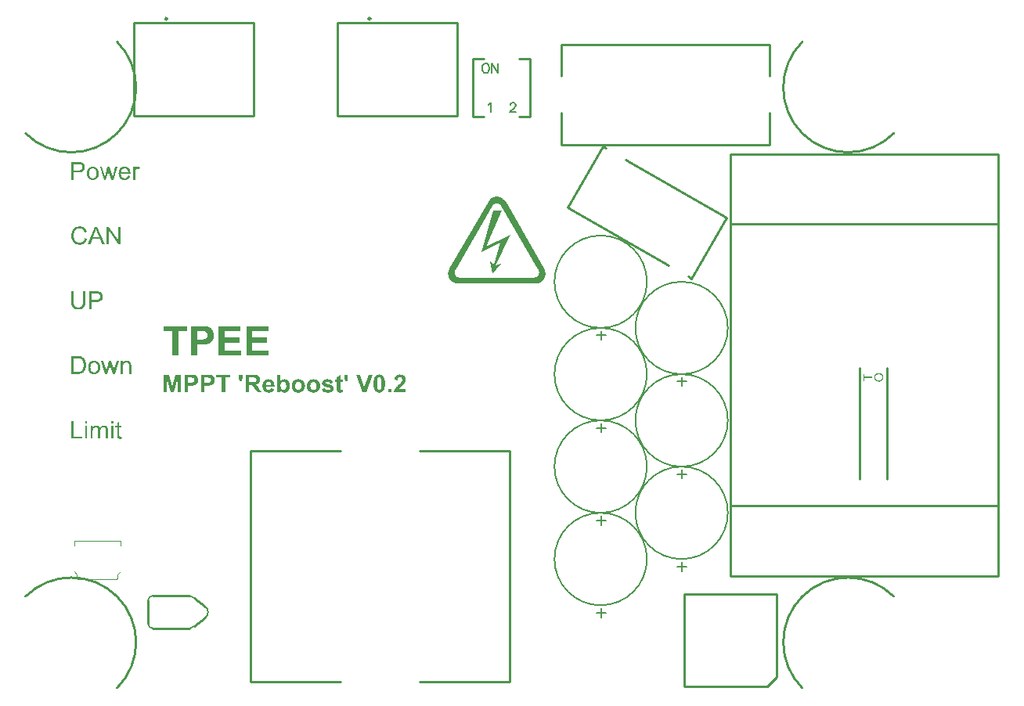
<source format=gto>
G04*
G04 #@! TF.GenerationSoftware,Altium Limited,Altium Designer,20.2.4 (192)*
G04*
G04 Layer_Color=65535*
%FSLAX25Y25*%
%MOIN*%
G70*
G04*
G04 #@! TF.SameCoordinates,632904D4-FBC6-4040-AE52-8F74E4E9F4E0*
G04*
G04*
G04 #@! TF.FilePolarity,Positive*
G04*
G01*
G75*
%ADD10C,0.00984*%
%ADD11C,0.00787*%
%ADD12C,0.00500*%
%ADD13C,0.01000*%
%ADD14C,0.00394*%
%ADD15C,0.00600*%
G36*
X357452Y132727D02*
X360779D01*
Y132228D01*
X357452D01*
Y130986D01*
X357007D01*
Y133975D01*
X357452D01*
Y132727D01*
D02*
G37*
G36*
X363546Y134282D02*
X363566D01*
X363588Y134280D01*
X363611Y134279D01*
X363637Y134277D01*
X363667Y134275D01*
X363696Y134272D01*
X363729Y134268D01*
X363762Y134265D01*
X363835Y134254D01*
X363912Y134242D01*
X363994Y134228D01*
X364079Y134209D01*
X364168Y134186D01*
X364256Y134160D01*
X364345Y134129D01*
X364432Y134092D01*
X364519Y134052D01*
X364521D01*
X364524Y134049D01*
X364531Y134047D01*
X364538Y134042D01*
X364550Y134035D01*
X364563Y134028D01*
X364577Y134019D01*
X364594Y134009D01*
X364631Y133986D01*
X364674Y133957D01*
X364723Y133924D01*
X364775Y133884D01*
X364829Y133840D01*
X364884Y133791D01*
X364942Y133737D01*
X364998Y133678D01*
X365053Y133614D01*
X365107Y133546D01*
X365158Y133473D01*
X365203Y133396D01*
Y133395D01*
X365205Y133391D01*
X365208Y133386D01*
X365213Y133377D01*
X365219Y133367D01*
X365224Y133355D01*
X365231Y133339D01*
X365240Y133323D01*
X365248Y133304D01*
X365257Y133283D01*
X365266Y133261D01*
X365276Y133236D01*
X365297Y133182D01*
X365318Y133123D01*
X365340Y133057D01*
X365361Y132986D01*
X365380Y132911D01*
X365398Y132831D01*
X365413Y132747D01*
X365424Y132662D01*
X365431Y132572D01*
X365434Y132481D01*
Y132457D01*
X365433Y132445D01*
Y132429D01*
X365431Y132412D01*
Y132391D01*
X365429Y132370D01*
X365426Y132345D01*
X365424Y132319D01*
X365421Y132290D01*
X365413Y132229D01*
X365403Y132163D01*
X365389Y132090D01*
X365372Y132015D01*
X365351Y131935D01*
X365326Y131855D01*
X365297Y131771D01*
X365262Y131690D01*
X365224Y131608D01*
X365179Y131528D01*
Y131526D01*
X365175Y131522D01*
X365172Y131517D01*
X365166Y131509D01*
X365160Y131500D01*
X365153Y131488D01*
X365142Y131474D01*
X365132Y131458D01*
X365106Y131423D01*
X365074Y131383D01*
X365038Y131340D01*
X364994Y131291D01*
X364947Y131240D01*
X364895Y131188D01*
X364838Y131136D01*
X364775Y131082D01*
X364707Y131032D01*
X364636Y130981D01*
X364559Y130936D01*
X364477Y130893D01*
X364476D01*
X364472Y130891D01*
X364465Y130887D01*
X364457Y130884D01*
X364446Y130879D01*
X364432Y130873D01*
X364418Y130866D01*
X364399Y130859D01*
X364380Y130851D01*
X364359Y130842D01*
X364335Y130833D01*
X364310Y130825D01*
X364282Y130814D01*
X364255Y130806D01*
X364192Y130785D01*
X364124Y130764D01*
X364051Y130745D01*
X363973Y130727D01*
X363891Y130710D01*
X363806Y130696D01*
X363717Y130685D01*
X363627Y130678D01*
X363534Y130677D01*
X363531D01*
X363524D01*
X363510D01*
X363492Y130678D01*
X363470D01*
X363444Y130680D01*
X363414Y130682D01*
X363379Y130685D01*
X363341Y130687D01*
X363301Y130692D01*
X363256Y130698D01*
X363209Y130703D01*
X363160Y130710D01*
X363108Y130719D01*
X363054Y130729D01*
X362998Y130739D01*
X362883Y130767D01*
X362824Y130783D01*
X362764Y130800D01*
X362703Y130819D01*
X362642Y130840D01*
X362581Y130865D01*
X362520Y130889D01*
X362459Y130917D01*
X362398Y130948D01*
X362339Y130980D01*
X362281Y131014D01*
X362224Y131053D01*
X362170Y131093D01*
X362116Y131136D01*
X362066Y131181D01*
X362064Y131183D01*
X362060Y131187D01*
X362052Y131195D01*
X362043Y131204D01*
X362031Y131218D01*
X362017Y131234D01*
X362000Y131251D01*
X361982Y131274D01*
X361963Y131296D01*
X361942Y131322D01*
X361920Y131352D01*
X361897Y131383D01*
X361873Y131416D01*
X361850Y131453D01*
X361824Y131493D01*
X361800Y131533D01*
X361775Y131576D01*
X361749Y131623D01*
X361725Y131670D01*
X361702Y131721D01*
X361680Y131773D01*
X361657Y131829D01*
X361636Y131884D01*
X361617Y131944D01*
X361598Y132004D01*
X361582Y132067D01*
X361568Y132131D01*
X361556Y132197D01*
X361547Y132267D01*
X361539Y132337D01*
X361535Y132410D01*
X361533Y132483D01*
Y132506D01*
X361535Y132519D01*
Y132551D01*
X361537Y132572D01*
X361539Y132592D01*
X361540Y132617D01*
X361544Y132643D01*
X361547Y132671D01*
X361554Y132730D01*
X361565Y132796D01*
X361578Y132867D01*
X361594Y132942D01*
X361615Y133021D01*
X361639Y133101D01*
X361667Y133182D01*
X361700Y133264D01*
X361740Y133344D01*
X361784Y133424D01*
Y133426D01*
X361787Y133430D01*
X361791Y133435D01*
X361796Y133443D01*
X361801Y133452D01*
X361810Y133464D01*
X361819Y133478D01*
X361829Y133494D01*
X361855Y133529D01*
X361887Y133569D01*
X361923Y133614D01*
X361965Y133663D01*
X362012Y133713D01*
X362062Y133765D01*
X362120Y133819D01*
X362182Y133871D01*
X362250Y133924D01*
X362321Y133974D01*
X362398Y134021D01*
X362480Y134065D01*
X362482D01*
X362485Y134066D01*
X362492Y134070D01*
X362501Y134073D01*
X362511Y134079D01*
X362525Y134085D01*
X362541Y134091D01*
X362558Y134099D01*
X362579Y134106D01*
X362600Y134115D01*
X362624Y134124D01*
X362650Y134134D01*
X362678Y134145D01*
X362708Y134153D01*
X362739Y134164D01*
X362774Y134174D01*
X362845Y134195D01*
X362922Y134214D01*
X363005Y134233D01*
X363094Y134249D01*
X363188Y134263D01*
X363285Y134275D01*
X363386Y134282D01*
X363491Y134284D01*
X363492D01*
X363498D01*
X363505D01*
X363517D01*
X363531D01*
X363546Y134282D01*
D02*
G37*
G36*
X23332Y196794D02*
X23363D01*
X23402Y196791D01*
X23444Y196787D01*
X23493Y196783D01*
X23541Y196780D01*
X23597Y196773D01*
X23657Y196766D01*
X23782Y196749D01*
X23918Y196724D01*
X24065Y196693D01*
X24218Y196658D01*
X24379Y196609D01*
X24540Y196553D01*
X24700Y196487D01*
X24861Y196410D01*
X25014Y196319D01*
X25164Y196218D01*
X25168D01*
X25175Y196211D01*
X25185Y196204D01*
X25199Y196190D01*
X25217Y196176D01*
X25238Y196159D01*
X25290Y196110D01*
X25353Y196051D01*
X25426Y195981D01*
X25506Y195894D01*
X25590Y195799D01*
X25677Y195688D01*
X25768Y195565D01*
X25859Y195433D01*
X25946Y195286D01*
X26030Y195129D01*
X26110Y194962D01*
X26180Y194784D01*
X26243Y194592D01*
X25259Y194361D01*
Y194365D01*
X25255Y194372D01*
X25252Y194382D01*
X25245Y194396D01*
X25238Y194417D01*
X25231Y194442D01*
X25210Y194498D01*
X25182Y194564D01*
X25147Y194641D01*
X25109Y194728D01*
X25063Y194822D01*
X25011Y194916D01*
X24955Y195018D01*
X24892Y195115D01*
X24822Y195217D01*
X24749Y195311D01*
X24669Y195402D01*
X24581Y195485D01*
X24491Y195562D01*
X24484Y195565D01*
X24466Y195580D01*
X24438Y195597D01*
X24400Y195621D01*
X24351Y195649D01*
X24292Y195681D01*
X24226Y195716D01*
X24145Y195750D01*
X24061Y195785D01*
X23964Y195820D01*
X23863Y195852D01*
X23751Y195880D01*
X23632Y195904D01*
X23507Y195922D01*
X23374Y195935D01*
X23234Y195939D01*
X23175D01*
X23151Y195935D01*
X23123D01*
X23088Y195932D01*
X23015Y195925D01*
X22927Y195918D01*
X22829Y195904D01*
X22725Y195887D01*
X22613Y195866D01*
X22494Y195838D01*
X22372Y195803D01*
X22250Y195761D01*
X22128Y195716D01*
X22006Y195660D01*
X21887Y195593D01*
X21776Y195520D01*
X21769Y195517D01*
X21751Y195503D01*
X21720Y195478D01*
X21681Y195443D01*
X21632Y195402D01*
X21577Y195353D01*
X21517Y195293D01*
X21454Y195223D01*
X21385Y195147D01*
X21318Y195063D01*
X21249Y194972D01*
X21182Y194871D01*
X21116Y194766D01*
X21057Y194651D01*
X21001Y194529D01*
X20952Y194400D01*
Y194396D01*
X20948Y194393D01*
X20945Y194382D01*
X20941Y194368D01*
X20938Y194351D01*
X20931Y194330D01*
X20913Y194278D01*
X20896Y194215D01*
X20879Y194138D01*
X20854Y194051D01*
X20833Y193953D01*
X20812Y193848D01*
X20791Y193733D01*
X20770Y193615D01*
X20753Y193489D01*
X20735Y193356D01*
X20725Y193224D01*
X20718Y193084D01*
X20715Y192945D01*
Y192941D01*
Y192934D01*
Y192920D01*
Y192903D01*
Y192878D01*
X20718Y192850D01*
Y192819D01*
Y192784D01*
X20722Y192742D01*
Y192700D01*
X20729Y192603D01*
X20739Y192491D01*
X20750Y192372D01*
X20764Y192243D01*
X20784Y192110D01*
X20805Y191971D01*
X20833Y191828D01*
X20865Y191681D01*
X20903Y191538D01*
X20945Y191398D01*
X20994Y191259D01*
Y191255D01*
X20997Y191252D01*
X21001Y191241D01*
X21008Y191227D01*
X21025Y191189D01*
X21046Y191140D01*
X21078Y191081D01*
X21116Y191011D01*
X21158Y190938D01*
X21210Y190854D01*
X21266Y190770D01*
X21332Y190680D01*
X21402Y190592D01*
X21482Y190501D01*
X21570Y190414D01*
X21660Y190334D01*
X21762Y190254D01*
X21870Y190184D01*
X21873D01*
X21877Y190180D01*
X21898Y190170D01*
X21929Y190153D01*
X21974Y190128D01*
X22030Y190100D01*
X22097Y190072D01*
X22170Y190041D01*
X22254Y190006D01*
X22348Y189974D01*
X22446Y189940D01*
X22554Y189912D01*
X22666Y189884D01*
X22781Y189859D01*
X22903Y189842D01*
X23029Y189831D01*
X23158Y189828D01*
X23196D01*
X23213Y189831D01*
X23266D01*
X23297Y189835D01*
X23370Y189842D01*
X23454Y189852D01*
X23549Y189870D01*
X23650Y189887D01*
X23761Y189915D01*
X23877Y189947D01*
X23992Y189985D01*
X24114Y190034D01*
X24232Y190090D01*
X24355Y190153D01*
X24470Y190229D01*
X24581Y190313D01*
X24588Y190320D01*
X24606Y190338D01*
X24637Y190365D01*
X24676Y190404D01*
X24725Y190456D01*
X24777Y190515D01*
X24836Y190592D01*
X24899Y190676D01*
X24965Y190770D01*
X25032Y190878D01*
X25095Y190997D01*
X25161Y191126D01*
X25220Y191266D01*
X25276Y191419D01*
X25328Y191580D01*
X25370Y191754D01*
X26372Y191500D01*
Y191496D01*
X26368Y191486D01*
X26365Y191468D01*
X26358Y191447D01*
X26347Y191416D01*
X26337Y191381D01*
X26327Y191343D01*
X26309Y191297D01*
X26292Y191248D01*
X26274Y191196D01*
X26253Y191137D01*
X26229Y191077D01*
X26176Y190945D01*
X26114Y190802D01*
X26040Y190655D01*
X25957Y190501D01*
X25866Y190345D01*
X25761Y190187D01*
X25646Y190034D01*
X25520Y189887D01*
X25384Y189751D01*
X25238Y189622D01*
X25234D01*
X25227Y189615D01*
X25217Y189605D01*
X25199Y189594D01*
X25178Y189580D01*
X25154Y189563D01*
X25126Y189542D01*
X25091Y189521D01*
X25053Y189496D01*
X25011Y189472D01*
X24965Y189444D01*
X24917Y189416D01*
X24864Y189388D01*
X24805Y189360D01*
X24746Y189329D01*
X24683Y189301D01*
X24543Y189238D01*
X24390Y189182D01*
X24226Y189126D01*
X24051Y189078D01*
X23863Y189036D01*
X23664Y189004D01*
X23454Y188983D01*
X23349Y188980D01*
X23238Y188976D01*
X23186D01*
X23154Y188980D01*
X23119D01*
X23081Y188983D01*
X23035D01*
X22987Y188987D01*
X22931Y188990D01*
X22871Y188997D01*
X22812Y189004D01*
X22676Y189018D01*
X22533Y189039D01*
X22376Y189064D01*
X22215Y189099D01*
X22051Y189137D01*
X21884Y189186D01*
X21716Y189242D01*
X21556Y189308D01*
X21399Y189385D01*
X21249Y189472D01*
X21245D01*
X21242Y189479D01*
X21231Y189486D01*
X21214Y189496D01*
X21196Y189507D01*
X21175Y189524D01*
X21123Y189563D01*
X21060Y189615D01*
X20987Y189678D01*
X20903Y189751D01*
X20816Y189838D01*
X20725Y189933D01*
X20627Y190041D01*
X20530Y190159D01*
X20435Y190289D01*
X20341Y190428D01*
X20247Y190578D01*
X20163Y190739D01*
X20083Y190910D01*
Y190913D01*
X20079Y190920D01*
X20072Y190934D01*
X20065Y190952D01*
X20055Y190976D01*
X20044Y191004D01*
X20034Y191039D01*
X20020Y191074D01*
X20006Y191116D01*
X19989Y191161D01*
X19975Y191214D01*
X19957Y191266D01*
X19940Y191325D01*
X19919Y191384D01*
X19884Y191517D01*
X19846Y191664D01*
X19807Y191821D01*
X19776Y191988D01*
X19744Y192166D01*
X19720Y192351D01*
X19699Y192543D01*
X19685Y192739D01*
X19681Y192941D01*
Y192945D01*
Y192955D01*
Y192972D01*
Y192993D01*
X19685Y193021D01*
Y193056D01*
Y193095D01*
X19689Y193140D01*
X19692Y193189D01*
X19695Y193241D01*
X19699Y193300D01*
X19706Y193363D01*
X19713Y193426D01*
X19720Y193496D01*
X19737Y193642D01*
X19762Y193800D01*
X19793Y193964D01*
X19828Y194135D01*
X19870Y194309D01*
X19922Y194487D01*
X19982Y194662D01*
X20052Y194836D01*
X20132Y195004D01*
Y195007D01*
X20139Y195014D01*
X20142Y195025D01*
X20153Y195042D01*
X20163Y195063D01*
X20181Y195087D01*
X20195Y195115D01*
X20215Y195147D01*
X20261Y195220D01*
X20320Y195307D01*
X20387Y195398D01*
X20463Y195499D01*
X20551Y195607D01*
X20645Y195716D01*
X20753Y195827D01*
X20868Y195939D01*
X20990Y196047D01*
X21126Y196152D01*
X21270Y196249D01*
X21420Y196340D01*
X21423D01*
X21430Y196347D01*
X21441Y196351D01*
X21458Y196361D01*
X21479Y196372D01*
X21503Y196382D01*
X21531Y196396D01*
X21566Y196414D01*
X21601Y196428D01*
X21643Y196445D01*
X21688Y196466D01*
X21737Y196483D01*
X21842Y196525D01*
X21960Y196571D01*
X22093Y196613D01*
X22233Y196654D01*
X22386Y196693D01*
X22547Y196728D01*
X22714Y196756D01*
X22889Y196776D01*
X23070Y196794D01*
X23255Y196798D01*
X23304D01*
X23332Y196794D01*
D02*
G37*
G36*
X40604Y189102D02*
X39578D01*
X35603Y195045D01*
Y189102D01*
X34643D01*
Y196668D01*
X35673D01*
X39644Y190725D01*
Y196668D01*
X40604D01*
Y189102D01*
D02*
G37*
G36*
X33854D02*
X32713D01*
X31830Y191392D01*
X28668D01*
X27838Y189102D01*
X26777D01*
X29680Y196668D01*
X30759D01*
X33854Y189102D01*
D02*
G37*
G36*
X103519Y152196D02*
X96721D01*
Y149401D01*
X103043D01*
Y147281D01*
X96721D01*
Y143853D01*
X103757D01*
Y141732D01*
X94177D01*
Y154328D01*
X103519D01*
Y152196D01*
D02*
G37*
G36*
X91783D02*
X84985D01*
Y149401D01*
X91306D01*
Y147281D01*
X84985D01*
Y143853D01*
X92021D01*
Y141732D01*
X82440D01*
Y154328D01*
X91783D01*
Y152196D01*
D02*
G37*
G36*
X75248Y154323D02*
X75445D01*
X75555Y154317D01*
X75788Y154311D01*
X76032Y154305D01*
X76288Y154294D01*
X76543Y154282D01*
X76799Y154264D01*
X77043Y154247D01*
X77270Y154224D01*
X77374Y154212D01*
X77479Y154200D01*
X77572Y154183D01*
X77659Y154172D01*
X77740Y154154D01*
X77810Y154137D01*
X77816D01*
X77821Y154131D01*
X77839D01*
X77856Y154125D01*
X77914Y154102D01*
X77990Y154078D01*
X78083Y154044D01*
X78193Y153997D01*
X78310Y153939D01*
X78443Y153875D01*
X78583Y153800D01*
X78728Y153712D01*
X78879Y153608D01*
X79030Y153498D01*
X79181Y153370D01*
X79332Y153230D01*
X79483Y153073D01*
X79623Y152905D01*
X79628Y152893D01*
X79652Y152864D01*
X79692Y152806D01*
X79739Y152736D01*
X79791Y152638D01*
X79855Y152527D01*
X79919Y152394D01*
X79988Y152243D01*
X80058Y152074D01*
X80122Y151888D01*
X80186Y151691D01*
X80238Y151470D01*
X80285Y151237D01*
X80326Y150993D01*
X80349Y150726D01*
X80355Y150453D01*
Y150447D01*
Y150442D01*
Y150424D01*
Y150401D01*
Y150343D01*
X80349Y150261D01*
X80343Y150157D01*
X80331Y150046D01*
X80320Y149913D01*
X80302Y149773D01*
X80279Y149622D01*
X80250Y149465D01*
X80215Y149303D01*
X80174Y149140D01*
X80128Y148977D01*
X80070Y148815D01*
X80006Y148652D01*
X79930Y148501D01*
X79925Y148489D01*
X79913Y148466D01*
X79890Y148425D01*
X79855Y148373D01*
X79814Y148303D01*
X79762Y148228D01*
X79704Y148141D01*
X79640Y148048D01*
X79564Y147949D01*
X79483Y147850D01*
X79396Y147746D01*
X79303Y147641D01*
X79204Y147542D01*
X79094Y147443D01*
X78983Y147345D01*
X78861Y147258D01*
X78856Y147252D01*
X78832Y147240D01*
X78798Y147217D01*
X78751Y147188D01*
X78693Y147147D01*
X78623Y147107D01*
X78542Y147066D01*
X78455Y147014D01*
X78362Y146967D01*
X78257Y146915D01*
X78147Y146862D01*
X78031Y146816D01*
X77792Y146729D01*
X77670Y146688D01*
X77543Y146659D01*
X77531D01*
X77502Y146653D01*
X77450Y146642D01*
X77374Y146630D01*
X77281Y146618D01*
X77165Y146601D01*
X77026Y146584D01*
X76869Y146572D01*
X76694Y146555D01*
X76497Y146537D01*
X76282Y146520D01*
X76044Y146508D01*
X75788Y146496D01*
X75515Y146485D01*
X75218Y146479D01*
X73249D01*
Y141732D01*
X70704D01*
Y154328D01*
X75155D01*
X75248Y154323D01*
D02*
G37*
G36*
X69066Y152196D02*
X65336D01*
Y141732D01*
X62791D01*
Y152196D01*
X59055D01*
Y154328D01*
X69066D01*
Y152196D01*
D02*
G37*
G36*
X201124Y209471D02*
X201264Y209453D01*
X201421Y209436D01*
X201613Y209401D01*
X201822Y209349D01*
X202259Y209209D01*
X202503Y209122D01*
X202747Y209017D01*
X202992Y208877D01*
X203236Y208720D01*
X203480Y208546D01*
X203707Y208354D01*
X203724Y208336D01*
X203759Y208302D01*
X203864Y208197D01*
X204004Y208040D01*
X204126Y207900D01*
Y207883D01*
X204161Y207865D01*
X204230Y207761D01*
X204353Y207586D01*
X204492Y207394D01*
X220965Y178829D01*
X220982Y178811D01*
X221000Y178759D01*
X221035Y178689D01*
X221087Y178584D01*
X221157Y178445D01*
X221209Y178288D01*
X221279Y178113D01*
X221349Y177904D01*
X221419Y177694D01*
X221471Y177450D01*
X221541Y176927D01*
X221558Y176647D01*
Y176368D01*
X221523Y176054D01*
X221471Y175757D01*
Y175740D01*
X221454Y175705D01*
Y175653D01*
X221436Y175583D01*
X221384Y175391D01*
X221297Y175147D01*
X221279Y175112D01*
X221262Y175059D01*
X221227Y175007D01*
X221192Y174920D01*
X221140Y174815D01*
X221087Y174710D01*
X221017Y174571D01*
X221000Y174553D01*
X220982Y174501D01*
X220930Y174431D01*
X220860Y174344D01*
X220773Y174222D01*
X220668Y174100D01*
X220546Y173942D01*
X220407Y173803D01*
X220250Y173628D01*
X220075Y173471D01*
X219883Y173314D01*
X219656Y173157D01*
X219185Y172878D01*
X218923Y172756D01*
X218644Y172651D01*
X218627D01*
X218574Y172634D01*
X218505Y172616D01*
X218417Y172599D01*
X218225Y172547D01*
X218138Y172529D01*
X218051Y172512D01*
X218016D01*
X217964Y172494D01*
X217894D01*
X217807Y172477D01*
X217702D01*
X217580Y172459D01*
X217440Y172442D01*
X184233Y172442D01*
X184111Y172459D01*
X183971Y172477D01*
X183797Y172494D01*
X183605Y172529D01*
X183395Y172581D01*
X182941Y172704D01*
X182697Y172808D01*
X182453Y172913D01*
X182209Y173053D01*
X181964Y173192D01*
X181720Y173367D01*
X181476Y173576D01*
X181458Y173593D01*
X181423Y173611D01*
X181319Y173716D01*
X181179Y173855D01*
X181039Y174030D01*
X181022Y174047D01*
X181005Y174082D01*
X180970Y174135D01*
X180917Y174187D01*
X180795Y174361D01*
X180690Y174553D01*
X180673D01*
Y174571D01*
Y174588D01*
X180638Y174641D01*
X180603Y174710D01*
X180551Y174815D01*
X180498Y174937D01*
X180429Y175094D01*
X180376Y175251D01*
X180306Y175443D01*
X180254Y175670D01*
X180202Y175897D01*
X180132Y176385D01*
X180114Y176665D01*
X180132Y176944D01*
X180149Y177223D01*
X180202Y177520D01*
Y177537D01*
X180219Y177590D01*
X180237Y177677D01*
X180272Y177764D01*
X180324Y177956D01*
X180359Y178043D01*
X180376Y178096D01*
Y178113D01*
X180394Y178130D01*
X180411Y178183D01*
X180429Y178253D01*
X180516Y178427D01*
X180621Y178672D01*
X180638Y178689D01*
X180656Y178724D01*
X180673Y178741D01*
Y178759D01*
X197181Y207324D01*
Y207342D01*
X197198Y207359D01*
X197268Y207464D01*
X197373Y207621D01*
X197512Y207813D01*
X197687Y208022D01*
X197896Y208267D01*
X198140Y208493D01*
X198420Y208703D01*
X198402D01*
X198420Y208720D01*
X198489Y208755D01*
X198577Y208825D01*
X198716Y208912D01*
X198734D01*
X198769Y208930D01*
X198821Y208965D01*
X198891Y209000D01*
X198978Y209052D01*
X199083Y209087D01*
X199344Y209209D01*
X199659Y209314D01*
X200025Y209401D01*
X200426Y209471D01*
X200845Y209488D01*
X201002D01*
X201124Y209471D01*
D02*
G37*
G36*
X48066Y222259D02*
X48101D01*
X48146Y222252D01*
X48195Y222245D01*
X48254Y222238D01*
X48317Y222224D01*
X48387Y222210D01*
X48460Y222189D01*
X48540Y222165D01*
X48624Y222137D01*
X48708Y222102D01*
X48795Y222060D01*
X48886Y222015D01*
X48977Y221962D01*
X48656Y221100D01*
X48652Y221104D01*
X48642Y221111D01*
X48621Y221118D01*
X48596Y221132D01*
X48565Y221146D01*
X48530Y221163D01*
X48488Y221184D01*
X48443Y221202D01*
X48394Y221219D01*
X48338Y221240D01*
X48223Y221271D01*
X48163Y221285D01*
X48101Y221296D01*
X48038Y221299D01*
X47975Y221303D01*
X47944D01*
X47923Y221299D01*
X47895Y221296D01*
X47863Y221292D01*
X47828Y221289D01*
X47790Y221278D01*
X47706Y221257D01*
X47612Y221226D01*
X47567Y221205D01*
X47518Y221181D01*
X47469Y221149D01*
X47424Y221118D01*
X47420Y221114D01*
X47413Y221111D01*
X47399Y221100D01*
X47385Y221083D01*
X47364Y221065D01*
X47343Y221044D01*
X47319Y221017D01*
X47291Y220985D01*
X47263Y220950D01*
X47235Y220915D01*
X47207Y220873D01*
X47179Y220828D01*
X47151Y220776D01*
X47127Y220723D01*
X47102Y220668D01*
X47082Y220608D01*
Y220601D01*
X47075Y220587D01*
X47068Y220559D01*
X47057Y220521D01*
X47047Y220476D01*
X47033Y220420D01*
X47019Y220357D01*
X47005Y220287D01*
X46987Y220210D01*
X46973Y220127D01*
X46959Y220036D01*
X46949Y219942D01*
X46938Y219844D01*
X46931Y219743D01*
X46928Y219635D01*
X46924Y219526D01*
Y216658D01*
X45996D01*
Y222137D01*
X46834D01*
Y221306D01*
X46837Y221313D01*
X46848Y221331D01*
X46865Y221362D01*
X46890Y221400D01*
X46918Y221446D01*
X46949Y221502D01*
X46987Y221557D01*
X47029Y221620D01*
X47120Y221749D01*
X47169Y221816D01*
X47218Y221875D01*
X47270Y221935D01*
X47322Y221987D01*
X47371Y222036D01*
X47424Y222074D01*
X47427Y222078D01*
X47438Y222081D01*
X47451Y222092D01*
X47472Y222102D01*
X47497Y222119D01*
X47528Y222133D01*
X47563Y222151D01*
X47602Y222168D01*
X47643Y222186D01*
X47689Y222203D01*
X47790Y222235D01*
X47902Y222255D01*
X47961Y222259D01*
X48020Y222263D01*
X48041D01*
X48066Y222259D01*
D02*
G37*
G36*
X37634Y216658D02*
X36671D01*
X35798Y219938D01*
X35585Y220873D01*
X34476Y216658D01*
X33505D01*
X31827Y222137D01*
X32787D01*
X33659Y218975D01*
X33987Y217795D01*
Y217802D01*
X33991Y217809D01*
X33994Y217827D01*
X34001Y217848D01*
X34008Y217879D01*
X34018Y217921D01*
X34029Y217970D01*
X34046Y218033D01*
X34057Y218071D01*
X34064Y218113D01*
X34078Y218155D01*
X34088Y218204D01*
X34102Y218256D01*
X34116Y218312D01*
X34130Y218371D01*
X34148Y218434D01*
X34165Y218504D01*
X34183Y218581D01*
X34203Y218657D01*
X34224Y218741D01*
X34245Y218832D01*
X34270Y218926D01*
X35142Y222137D01*
X36099D01*
X36919Y218957D01*
X37191Y217911D01*
X37505Y218968D01*
X38444Y222137D01*
X39348D01*
X37634Y216658D01*
D02*
G37*
G36*
X22725Y224220D02*
X22795D01*
X22875Y224217D01*
X22962Y224213D01*
X23053Y224210D01*
X23151Y224206D01*
X23339Y224193D01*
X23433Y224185D01*
X23524Y224175D01*
X23611Y224165D01*
X23688Y224151D01*
X23695D01*
X23712Y224147D01*
X23744Y224140D01*
X23782Y224133D01*
X23828Y224119D01*
X23884Y224109D01*
X23946Y224091D01*
X24016Y224070D01*
X24086Y224049D01*
X24163Y224022D01*
X24239Y223994D01*
X24320Y223962D01*
X24396Y223924D01*
X24477Y223885D01*
X24550Y223844D01*
X24623Y223795D01*
X24627Y223791D01*
X24641Y223784D01*
X24658Y223767D01*
X24686Y223746D01*
X24718Y223721D01*
X24756Y223686D01*
X24794Y223652D01*
X24840Y223606D01*
X24889Y223557D01*
X24938Y223501D01*
X24986Y223442D01*
X25039Y223379D01*
X25088Y223306D01*
X25136Y223233D01*
X25182Y223152D01*
X25227Y223065D01*
X25231Y223058D01*
X25238Y223044D01*
X25248Y223020D01*
X25262Y222985D01*
X25280Y222940D01*
X25300Y222887D01*
X25321Y222828D01*
X25342Y222762D01*
X25363Y222688D01*
X25384Y222608D01*
X25405Y222524D01*
X25423Y222433D01*
X25437Y222339D01*
X25447Y222242D01*
X25454Y222140D01*
X25458Y222036D01*
Y222032D01*
Y222025D01*
Y222011D01*
Y221994D01*
X25454Y221969D01*
Y221941D01*
X25451Y221910D01*
X25447Y221875D01*
X25444Y221833D01*
X25440Y221791D01*
X25426Y221694D01*
X25405Y221585D01*
X25381Y221470D01*
X25349Y221345D01*
X25307Y221212D01*
X25259Y221076D01*
X25199Y220936D01*
X25129Y220800D01*
X25046Y220661D01*
X24951Y220528D01*
X24899Y220462D01*
X24843Y220399D01*
Y220395D01*
X24836Y220392D01*
X24826Y220381D01*
X24815Y220371D01*
X24798Y220354D01*
X24777Y220336D01*
X24753Y220319D01*
X24721Y220294D01*
X24690Y220270D01*
X24651Y220245D01*
X24609Y220217D01*
X24564Y220189D01*
X24515Y220158D01*
X24459Y220127D01*
X24400Y220095D01*
X24337Y220067D01*
X24267Y220036D01*
X24194Y220005D01*
X24114Y219973D01*
X24030Y219942D01*
X23943Y219914D01*
X23849Y219886D01*
X23751Y219861D01*
X23646Y219837D01*
X23538Y219812D01*
X23426Y219795D01*
X23304Y219778D01*
X23178Y219760D01*
X23049Y219750D01*
X22913Y219739D01*
X22770Y219736D01*
X22624Y219732D01*
X20683D01*
Y216658D01*
X19681D01*
Y224224D01*
X22662D01*
X22725Y224220D01*
D02*
G37*
G36*
X42450Y222259D02*
X42482D01*
X42520Y222255D01*
X42559Y222252D01*
X42604Y222245D01*
X42653Y222238D01*
X42705Y222231D01*
X42761Y222224D01*
X42883Y222200D01*
X43012Y222168D01*
X43152Y222130D01*
X43298Y222081D01*
X43448Y222018D01*
X43598Y221945D01*
X43672Y221906D01*
X43749Y221861D01*
X43822Y221812D01*
X43895Y221760D01*
X43965Y221704D01*
X44035Y221645D01*
X44105Y221582D01*
X44171Y221512D01*
X44174Y221509D01*
X44178Y221505D01*
X44188Y221491D01*
X44202Y221477D01*
X44216Y221460D01*
X44234Y221435D01*
X44258Y221408D01*
X44279Y221376D01*
X44307Y221338D01*
X44331Y221299D01*
X44363Y221254D01*
X44391Y221205D01*
X44422Y221153D01*
X44454Y221093D01*
X44488Y221034D01*
X44520Y220968D01*
X44551Y220901D01*
X44586Y220828D01*
X44618Y220751D01*
X44649Y220671D01*
X44677Y220587D01*
X44708Y220497D01*
X44733Y220406D01*
X44761Y220308D01*
X44785Y220210D01*
X44806Y220106D01*
X44824Y219998D01*
X44837Y219889D01*
X44851Y219774D01*
X44862Y219655D01*
X44865Y219533D01*
X44869Y219408D01*
Y219404D01*
Y219394D01*
Y219373D01*
Y219345D01*
Y219310D01*
Y219268D01*
X44865Y219219D01*
Y219160D01*
X40779D01*
Y219156D01*
Y219149D01*
Y219139D01*
X40782Y219122D01*
Y219101D01*
X40786Y219073D01*
X40789Y219045D01*
X40793Y219010D01*
X40803Y218936D01*
X40817Y218849D01*
X40838Y218752D01*
X40862Y218647D01*
X40890Y218539D01*
X40925Y218424D01*
X40967Y218308D01*
X41016Y218193D01*
X41072Y218081D01*
X41135Y217973D01*
X41208Y217869D01*
X41288Y217774D01*
X41295Y217767D01*
X41309Y217753D01*
X41337Y217729D01*
X41372Y217701D01*
X41417Y217663D01*
X41470Y217624D01*
X41532Y217579D01*
X41606Y217537D01*
X41682Y217492D01*
X41770Y217446D01*
X41864Y217408D01*
X41965Y217370D01*
X42073Y217342D01*
X42189Y217317D01*
X42307Y217303D01*
X42433Y217296D01*
X42457D01*
X42482Y217300D01*
X42520D01*
X42562Y217303D01*
X42614Y217310D01*
X42670Y217317D01*
X42733Y217331D01*
X42803Y217345D01*
X42873Y217363D01*
X42942Y217384D01*
X43019Y217411D01*
X43093Y217439D01*
X43166Y217478D01*
X43236Y217516D01*
X43305Y217565D01*
X43309Y217568D01*
X43323Y217579D01*
X43340Y217593D01*
X43365Y217617D01*
X43396Y217645D01*
X43431Y217680D01*
X43469Y217722D01*
X43515Y217774D01*
X43557Y217830D01*
X43606Y217893D01*
X43651Y217963D01*
X43700Y218040D01*
X43749Y218123D01*
X43794Y218214D01*
X43836Y218315D01*
X43878Y218420D01*
X44841Y218301D01*
Y218298D01*
X44837Y218291D01*
X44834Y218280D01*
X44831Y218263D01*
X44824Y218246D01*
X44816Y218221D01*
X44806Y218193D01*
X44796Y218162D01*
X44768Y218092D01*
X44736Y218012D01*
X44694Y217921D01*
X44649Y217823D01*
X44597Y217719D01*
X44534Y217614D01*
X44464Y217506D01*
X44387Y217397D01*
X44304Y217289D01*
X44209Y217185D01*
X44108Y217087D01*
X43996Y216996D01*
X43989Y216993D01*
X43979Y216986D01*
X43968Y216975D01*
X43934Y216954D01*
X43885Y216923D01*
X43825Y216888D01*
X43752Y216849D01*
X43668Y216808D01*
X43571Y216766D01*
X43462Y216724D01*
X43344Y216682D01*
X43215Y216644D01*
X43075Y216609D01*
X42928Y216577D01*
X42771Y216556D01*
X42604Y216542D01*
X42429Y216535D01*
X42377D01*
X42349Y216539D01*
X42314D01*
X42276Y216542D01*
X42230Y216546D01*
X42182Y216553D01*
X42129Y216556D01*
X42073Y216567D01*
X42011Y216574D01*
X41881Y216598D01*
X41738Y216626D01*
X41588Y216668D01*
X41435Y216717D01*
X41274Y216776D01*
X41117Y216846D01*
X41037Y216888D01*
X40960Y216930D01*
X40880Y216979D01*
X40806Y217027D01*
X40730Y217083D01*
X40657Y217143D01*
X40587Y217206D01*
X40520Y217272D01*
X40517Y217275D01*
X40513Y217282D01*
X40503Y217293D01*
X40489Y217307D01*
X40475Y217324D01*
X40454Y217349D01*
X40433Y217376D01*
X40409Y217408D01*
X40384Y217443D01*
X40356Y217485D01*
X40328Y217530D01*
X40297Y217576D01*
X40266Y217628D01*
X40234Y217684D01*
X40199Y217746D01*
X40168Y217809D01*
X40136Y217879D01*
X40102Y217949D01*
X40070Y218026D01*
X40039Y218106D01*
X40007Y218190D01*
X39979Y218277D01*
X39952Y218368D01*
X39927Y218462D01*
X39903Y218560D01*
X39882Y218661D01*
X39861Y218769D01*
X39847Y218877D01*
X39833Y218992D01*
X39822Y219108D01*
X39819Y219230D01*
X39815Y219352D01*
Y219355D01*
Y219369D01*
Y219387D01*
Y219411D01*
X39819Y219446D01*
Y219484D01*
X39822Y219530D01*
X39826Y219579D01*
X39833Y219635D01*
X39836Y219697D01*
X39843Y219760D01*
X39854Y219830D01*
X39864Y219903D01*
X39875Y219977D01*
X39906Y220137D01*
X39941Y220308D01*
X39990Y220483D01*
X40046Y220661D01*
X40115Y220842D01*
X40196Y221017D01*
X40245Y221104D01*
X40293Y221188D01*
X40346Y221268D01*
X40402Y221348D01*
X40461Y221425D01*
X40527Y221498D01*
X40531Y221502D01*
X40534Y221505D01*
X40545Y221516D01*
X40559Y221530D01*
X40580Y221547D01*
X40601Y221568D01*
X40628Y221592D01*
X40657Y221617D01*
X40691Y221645D01*
X40726Y221676D01*
X40768Y221708D01*
X40813Y221739D01*
X40862Y221774D01*
X40915Y221809D01*
X41026Y221882D01*
X41152Y221952D01*
X41295Y222022D01*
X41445Y222084D01*
X41609Y222144D01*
X41784Y222193D01*
X41972Y222231D01*
X42070Y222245D01*
X42171Y222255D01*
X42272Y222259D01*
X42377Y222263D01*
X42426D01*
X42450Y222259D01*
D02*
G37*
G36*
X28916D02*
X28947D01*
X28986Y222255D01*
X29028Y222252D01*
X29073Y222245D01*
X29122Y222242D01*
X29178Y222231D01*
X29234Y222224D01*
X29359Y222200D01*
X29495Y222168D01*
X29638Y222130D01*
X29789Y222081D01*
X29939Y222022D01*
X30096Y221948D01*
X30173Y221906D01*
X30249Y221865D01*
X30326Y221816D01*
X30399Y221763D01*
X30476Y221708D01*
X30546Y221652D01*
X30616Y221585D01*
X30685Y221519D01*
X30689Y221516D01*
X30692Y221512D01*
X30703Y221498D01*
X30717Y221484D01*
X30734Y221467D01*
X30752Y221442D01*
X30773Y221414D01*
X30797Y221383D01*
X30825Y221348D01*
X30853Y221306D01*
X30881Y221264D01*
X30912Y221216D01*
X30944Y221163D01*
X30979Y221107D01*
X31010Y221048D01*
X31045Y220985D01*
X31080Y220919D01*
X31111Y220849D01*
X31146Y220772D01*
X31178Y220695D01*
X31209Y220612D01*
X31237Y220528D01*
X31265Y220437D01*
X31293Y220343D01*
X31317Y220249D01*
X31338Y220148D01*
X31359Y220043D01*
X31373Y219938D01*
X31387Y219827D01*
X31398Y219711D01*
X31401Y219596D01*
X31405Y219474D01*
Y219471D01*
Y219463D01*
Y219446D01*
Y219429D01*
Y219401D01*
X31401Y219373D01*
Y219338D01*
Y219300D01*
X31398Y219258D01*
X31394Y219209D01*
X31387Y219108D01*
X31376Y218992D01*
X31366Y218870D01*
X31349Y218738D01*
X31328Y218601D01*
X31300Y218465D01*
X31272Y218326D01*
X31233Y218190D01*
X31192Y218054D01*
X31143Y217928D01*
X31087Y217809D01*
X31083Y217802D01*
X31073Y217781D01*
X31052Y217750D01*
X31027Y217708D01*
X30996Y217659D01*
X30954Y217600D01*
X30905Y217534D01*
X30853Y217464D01*
X30790Y217390D01*
X30720Y217314D01*
X30647Y217233D01*
X30563Y217157D01*
X30473Y217080D01*
X30375Y217003D01*
X30274Y216933D01*
X30162Y216867D01*
X30155Y216863D01*
X30134Y216853D01*
X30103Y216836D01*
X30057Y216815D01*
X29998Y216790D01*
X29932Y216762D01*
X29855Y216731D01*
X29768Y216703D01*
X29673Y216671D01*
X29572Y216640D01*
X29464Y216612D01*
X29349Y216588D01*
X29227Y216567D01*
X29101Y216549D01*
X28972Y216539D01*
X28839Y216535D01*
X28787D01*
X28763Y216539D01*
X28728D01*
X28689Y216542D01*
X28647Y216546D01*
X28602Y216553D01*
X28550Y216556D01*
X28497Y216567D01*
X28438Y216574D01*
X28312Y216598D01*
X28176Y216626D01*
X28030Y216668D01*
X27880Y216717D01*
X27722Y216776D01*
X27569Y216846D01*
X27489Y216888D01*
X27412Y216930D01*
X27335Y216979D01*
X27262Y217027D01*
X27185Y217083D01*
X27115Y217143D01*
X27045Y217206D01*
X26976Y217272D01*
X26972Y217275D01*
X26969Y217279D01*
X26958Y217293D01*
X26944Y217307D01*
X26930Y217324D01*
X26909Y217349D01*
X26888Y217376D01*
X26864Y217408D01*
X26840Y217446D01*
X26812Y217485D01*
X26784Y217530D01*
X26752Y217579D01*
X26721Y217631D01*
X26686Y217687D01*
X26655Y217750D01*
X26623Y217813D01*
X26588Y217883D01*
X26557Y217956D01*
X26522Y218033D01*
X26491Y218113D01*
X26463Y218200D01*
X26431Y218287D01*
X26403Y218382D01*
X26379Y218479D01*
X26354Y218581D01*
X26333Y218685D01*
X26313Y218794D01*
X26299Y218909D01*
X26285Y219024D01*
X26274Y219146D01*
X26271Y219268D01*
X26267Y219397D01*
Y219401D01*
Y219415D01*
Y219436D01*
X26271Y219463D01*
Y219498D01*
X26274Y219544D01*
X26278Y219593D01*
X26281Y219645D01*
X26285Y219708D01*
X26292Y219774D01*
X26302Y219844D01*
X26313Y219917D01*
X26323Y219998D01*
X26337Y220078D01*
X26372Y220249D01*
X26417Y220430D01*
X26473Y220615D01*
X26543Y220804D01*
X26581Y220898D01*
X26627Y220992D01*
X26672Y221083D01*
X26721Y221170D01*
X26777Y221261D01*
X26836Y221345D01*
X26899Y221428D01*
X26965Y221505D01*
X27038Y221582D01*
X27115Y221652D01*
X27119Y221655D01*
X27122Y221659D01*
X27133Y221666D01*
X27147Y221680D01*
X27164Y221694D01*
X27189Y221708D01*
X27213Y221725D01*
X27241Y221746D01*
X27272Y221770D01*
X27311Y221795D01*
X27391Y221844D01*
X27489Y221900D01*
X27597Y221959D01*
X27716Y222015D01*
X27845Y222071D01*
X27988Y222119D01*
X28141Y222168D01*
X28302Y222207D01*
X28473Y222238D01*
X28651Y222255D01*
X28745Y222263D01*
X28888D01*
X28916Y222259D01*
D02*
G37*
G36*
X25635Y164736D02*
Y164733D01*
Y164722D01*
Y164708D01*
Y164687D01*
Y164660D01*
Y164628D01*
X25632Y164590D01*
Y164548D01*
X25629Y164503D01*
Y164450D01*
X25625Y164398D01*
X25622Y164338D01*
X25615Y164216D01*
X25604Y164084D01*
X25590Y163941D01*
X25573Y163794D01*
X25552Y163640D01*
X25527Y163490D01*
X25496Y163340D01*
X25461Y163194D01*
X25423Y163058D01*
X25377Y162925D01*
Y162922D01*
X25374Y162918D01*
X25370Y162908D01*
X25363Y162897D01*
X25349Y162862D01*
X25325Y162813D01*
X25297Y162758D01*
X25259Y162691D01*
X25217Y162618D01*
X25164Y162538D01*
X25105Y162454D01*
X25035Y162363D01*
X24958Y162276D01*
X24875Y162182D01*
X24780Y162091D01*
X24679Y162004D01*
X24567Y161916D01*
X24445Y161836D01*
X24442D01*
X24438Y161833D01*
X24428Y161826D01*
X24414Y161819D01*
X24396Y161808D01*
X24376Y161798D01*
X24351Y161784D01*
X24323Y161770D01*
X24292Y161756D01*
X24257Y161738D01*
X24173Y161704D01*
X24079Y161665D01*
X23971Y161627D01*
X23852Y161588D01*
X23716Y161550D01*
X23573Y161515D01*
X23416Y161484D01*
X23245Y161456D01*
X23067Y161435D01*
X22875Y161421D01*
X22676Y161417D01*
X22603D01*
X22575Y161421D01*
X22540D01*
X22501Y161424D01*
X22456D01*
X22411Y161428D01*
X22358Y161431D01*
X22306Y161438D01*
X22187Y161449D01*
X22062Y161463D01*
X21926Y161484D01*
X21786Y161505D01*
X21639Y161536D01*
X21496Y161571D01*
X21350Y161613D01*
X21207Y161662D01*
X21071Y161717D01*
X20938Y161780D01*
X20934D01*
X20931Y161784D01*
X20921Y161791D01*
X20910Y161798D01*
X20875Y161819D01*
X20826Y161850D01*
X20774Y161885D01*
X20708Y161934D01*
X20638Y161986D01*
X20564Y162049D01*
X20484Y162122D01*
X20404Y162199D01*
X20324Y162286D01*
X20243Y162381D01*
X20167Y162485D01*
X20097Y162593D01*
X20030Y162712D01*
X19971Y162838D01*
Y162841D01*
X19968Y162845D01*
X19964Y162855D01*
X19961Y162869D01*
X19954Y162887D01*
X19943Y162911D01*
X19936Y162935D01*
X19926Y162967D01*
X19915Y162998D01*
X19905Y163037D01*
X19894Y163075D01*
X19881Y163120D01*
X19866Y163169D01*
X19856Y163222D01*
X19842Y163277D01*
X19828Y163337D01*
X19814Y163400D01*
X19800Y163462D01*
X19776Y163605D01*
X19751Y163763D01*
X19730Y163930D01*
X19713Y164115D01*
X19699Y164311D01*
X19689Y164516D01*
X19685Y164736D01*
Y169109D01*
X20687D01*
Y164740D01*
Y164736D01*
Y164729D01*
Y164715D01*
Y164698D01*
Y164673D01*
Y164646D01*
X20690Y164614D01*
Y164579D01*
Y164541D01*
X20694Y164499D01*
X20697Y164405D01*
X20701Y164300D01*
X20711Y164188D01*
X20718Y164073D01*
X20732Y163954D01*
X20764Y163714D01*
X20784Y163595D01*
X20809Y163483D01*
X20837Y163382D01*
X20868Y163288D01*
X20872Y163285D01*
X20879Y163267D01*
X20889Y163243D01*
X20903Y163211D01*
X20924Y163173D01*
X20948Y163127D01*
X20980Y163075D01*
X21015Y163023D01*
X21057Y162967D01*
X21102Y162908D01*
X21154Y162845D01*
X21210Y162785D01*
X21273Y162726D01*
X21343Y162670D01*
X21416Y162614D01*
X21496Y162566D01*
X21503Y162562D01*
X21517Y162555D01*
X21542Y162541D01*
X21577Y162527D01*
X21619Y162506D01*
X21671Y162485D01*
X21734Y162464D01*
X21800Y162440D01*
X21877Y162416D01*
X21960Y162394D01*
X22048Y162374D01*
X22145Y162353D01*
X22247Y162339D01*
X22355Y162325D01*
X22470Y162318D01*
X22589Y162314D01*
X22638D01*
X22662Y162318D01*
X22693D01*
X22728Y162321D01*
X22770D01*
X22812Y162325D01*
X22861Y162328D01*
X22962Y162342D01*
X23077Y162356D01*
X23200Y162377D01*
X23329Y162401D01*
X23458Y162436D01*
X23590Y162475D01*
X23720Y162524D01*
X23845Y162583D01*
X23960Y162649D01*
X24069Y162726D01*
X24117Y162768D01*
X24163Y162813D01*
X24170Y162820D01*
X24184Y162838D01*
X24205Y162869D01*
X24222Y162890D01*
X24236Y162915D01*
X24253Y162943D01*
X24271Y162974D01*
X24292Y163009D01*
X24313Y163047D01*
X24334Y163089D01*
X24355Y163138D01*
X24376Y163187D01*
X24400Y163243D01*
X24421Y163302D01*
X24442Y163365D01*
X24463Y163431D01*
X24484Y163504D01*
X24505Y163581D01*
X24526Y163661D01*
X24543Y163749D01*
X24561Y163839D01*
X24575Y163934D01*
X24592Y164035D01*
X24602Y164139D01*
X24613Y164248D01*
X24623Y164363D01*
X24630Y164485D01*
X24634Y164611D01*
Y164740D01*
Y169109D01*
X25635D01*
Y164736D01*
D02*
G37*
G36*
X30343Y169106D02*
X30413D01*
X30494Y169102D01*
X30581Y169099D01*
X30672Y169095D01*
X30769Y169092D01*
X30958Y169078D01*
X31052Y169071D01*
X31143Y169060D01*
X31230Y169050D01*
X31307Y169036D01*
X31314D01*
X31331Y169033D01*
X31363Y169026D01*
X31401Y169018D01*
X31446Y169005D01*
X31502Y168994D01*
X31565Y168977D01*
X31635Y168956D01*
X31705Y168935D01*
X31781Y168907D01*
X31858Y168879D01*
X31938Y168848D01*
X32015Y168809D01*
X32096Y168771D01*
X32169Y168729D01*
X32242Y168680D01*
X32245Y168676D01*
X32260Y168669D01*
X32277Y168652D01*
X32305Y168631D01*
X32336Y168607D01*
X32375Y168572D01*
X32413Y168537D01*
X32458Y168492D01*
X32507Y168443D01*
X32556Y168387D01*
X32605Y168327D01*
X32657Y168265D01*
X32706Y168191D01*
X32755Y168118D01*
X32800Y168038D01*
X32846Y167951D01*
X32849Y167944D01*
X32856Y167930D01*
X32867Y167905D01*
X32881Y167870D01*
X32898Y167825D01*
X32919Y167773D01*
X32940Y167713D01*
X32961Y167647D01*
X32982Y167574D01*
X33003Y167493D01*
X33024Y167410D01*
X33041Y167319D01*
X33055Y167225D01*
X33066Y167127D01*
X33073Y167026D01*
X33076Y166921D01*
Y166918D01*
Y166911D01*
Y166897D01*
Y166879D01*
X33073Y166855D01*
Y166827D01*
X33069Y166795D01*
X33066Y166761D01*
X33062Y166719D01*
X33059Y166677D01*
X33045Y166579D01*
X33024Y166471D01*
X32999Y166356D01*
X32968Y166230D01*
X32926Y166097D01*
X32877Y165961D01*
X32818Y165822D01*
X32748Y165686D01*
X32664Y165546D01*
X32570Y165413D01*
X32518Y165347D01*
X32462Y165284D01*
Y165281D01*
X32455Y165277D01*
X32445Y165267D01*
X32434Y165256D01*
X32417Y165239D01*
X32396Y165221D01*
X32371Y165204D01*
X32340Y165180D01*
X32308Y165155D01*
X32270Y165131D01*
X32228Y165103D01*
X32183Y165075D01*
X32134Y165043D01*
X32078Y165012D01*
X32019Y164981D01*
X31956Y164953D01*
X31886Y164921D01*
X31813Y164890D01*
X31732Y164858D01*
X31649Y164827D01*
X31561Y164799D01*
X31467Y164771D01*
X31370Y164747D01*
X31265Y164722D01*
X31157Y164698D01*
X31045Y164681D01*
X30923Y164663D01*
X30797Y164646D01*
X30668Y164635D01*
X30532Y164625D01*
X30389Y164621D01*
X30242Y164618D01*
X28302D01*
Y161543D01*
X27300D01*
Y169109D01*
X30281D01*
X30343Y169106D01*
D02*
G37*
G36*
X37575Y112867D02*
X36646D01*
Y113935D01*
X37575D01*
Y112867D01*
D02*
G37*
G36*
X26421D02*
X25492D01*
Y113935D01*
X26421D01*
Y112867D01*
D02*
G37*
G36*
X33645Y111970D02*
X33704Y111967D01*
X33771Y111960D01*
X33851Y111950D01*
X33938Y111936D01*
X34032Y111918D01*
X34130Y111894D01*
X34235Y111862D01*
X34336Y111827D01*
X34441Y111782D01*
X34542Y111730D01*
X34643Y111670D01*
X34734Y111600D01*
X34821Y111520D01*
X34825Y111517D01*
X34839Y111499D01*
X34863Y111471D01*
X34891Y111436D01*
X34922Y111388D01*
X34961Y111328D01*
X34999Y111258D01*
X35041Y111178D01*
X35083Y111088D01*
X35121Y110983D01*
X35160Y110871D01*
X35191Y110746D01*
X35219Y110609D01*
X35243Y110459D01*
X35257Y110302D01*
X35261Y110131D01*
Y106369D01*
X34340D01*
Y109821D01*
Y109828D01*
Y109845D01*
Y109873D01*
Y109911D01*
X34336Y109957D01*
Y110009D01*
X34333Y110068D01*
X34329Y110131D01*
X34319Y110260D01*
X34301Y110397D01*
X34291Y110459D01*
X34280Y110519D01*
X34266Y110574D01*
X34249Y110623D01*
Y110627D01*
X34245Y110634D01*
X34238Y110648D01*
X34231Y110665D01*
X34221Y110686D01*
X34207Y110707D01*
X34176Y110763D01*
X34130Y110826D01*
X34071Y110892D01*
X34005Y110958D01*
X33921Y111018D01*
X33917Y111021D01*
X33910Y111025D01*
X33896Y111032D01*
X33879Y111042D01*
X33854Y111053D01*
X33830Y111067D01*
X33799Y111081D01*
X33764Y111094D01*
X33722Y111108D01*
X33680Y111119D01*
X33586Y111143D01*
X33478Y111161D01*
X33422Y111168D01*
X33338D01*
X33307Y111164D01*
X33268Y111161D01*
X33216Y111157D01*
X33160Y111147D01*
X33097Y111136D01*
X33027Y111119D01*
X32954Y111098D01*
X32874Y111074D01*
X32797Y111042D01*
X32713Y111007D01*
X32633Y110962D01*
X32553Y110909D01*
X32476Y110850D01*
X32403Y110784D01*
X32399Y110780D01*
X32385Y110766D01*
X32368Y110742D01*
X32343Y110711D01*
X32315Y110669D01*
X32284Y110616D01*
X32249Y110557D01*
X32214Y110487D01*
X32176Y110407D01*
X32144Y110316D01*
X32109Y110215D01*
X32081Y110103D01*
X32057Y109981D01*
X32040Y109848D01*
X32026Y109705D01*
X32022Y109552D01*
Y106369D01*
X31090D01*
Y109929D01*
Y109932D01*
Y109936D01*
Y109957D01*
Y109988D01*
X31087Y110030D01*
X31083Y110082D01*
X31080Y110142D01*
X31073Y110208D01*
X31062Y110278D01*
X31049Y110351D01*
X31034Y110428D01*
X31017Y110505D01*
X30996Y110581D01*
X30968Y110658D01*
X30937Y110728D01*
X30902Y110798D01*
X30863Y110857D01*
X30860Y110861D01*
X30853Y110871D01*
X30839Y110885D01*
X30822Y110906D01*
X30794Y110930D01*
X30766Y110955D01*
X30727Y110983D01*
X30685Y111014D01*
X30637Y111042D01*
X30581Y111070D01*
X30522Y111094D01*
X30455Y111119D01*
X30382Y111140D01*
X30302Y111154D01*
X30214Y111164D01*
X30120Y111168D01*
X30082D01*
X30054Y111164D01*
X30019Y111161D01*
X29980Y111157D01*
X29932Y111150D01*
X29883Y111143D01*
X29831Y111133D01*
X29771Y111119D01*
X29712Y111101D01*
X29649Y111081D01*
X29586Y111056D01*
X29523Y111032D01*
X29457Y110997D01*
X29394Y110962D01*
X29391Y110958D01*
X29380Y110951D01*
X29363Y110941D01*
X29342Y110924D01*
X29314Y110903D01*
X29283Y110875D01*
X29248Y110843D01*
X29209Y110808D01*
X29171Y110770D01*
X29133Y110724D01*
X29091Y110676D01*
X29052Y110620D01*
X29014Y110561D01*
X28975Y110498D01*
X28944Y110431D01*
X28913Y110358D01*
Y110355D01*
X28906Y110341D01*
X28899Y110316D01*
X28888Y110285D01*
X28878Y110243D01*
X28864Y110194D01*
X28853Y110135D01*
X28839Y110065D01*
X28825Y109988D01*
X28811Y109904D01*
X28797Y109810D01*
X28787Y109705D01*
X28776Y109594D01*
X28769Y109475D01*
X28766Y109346D01*
X28763Y109210D01*
Y106369D01*
X27834D01*
Y111848D01*
X28665D01*
Y111081D01*
X28668Y111084D01*
X28675Y111098D01*
X28693Y111119D01*
X28714Y111147D01*
X28738Y111182D01*
X28769Y111220D01*
X28804Y111266D01*
X28846Y111311D01*
X28895Y111363D01*
X28947Y111416D01*
X29003Y111468D01*
X29063Y111524D01*
X29129Y111576D01*
X29199Y111628D01*
X29276Y111677D01*
X29352Y111726D01*
X29356Y111730D01*
X29373Y111737D01*
X29394Y111751D01*
X29429Y111765D01*
X29467Y111782D01*
X29516Y111803D01*
X29572Y111827D01*
X29635Y111852D01*
X29705Y111873D01*
X29778Y111897D01*
X29862Y111918D01*
X29946Y111936D01*
X30036Y111950D01*
X30131Y111963D01*
X30228Y111970D01*
X30329Y111974D01*
X30389D01*
X30431Y111970D01*
X30483Y111967D01*
X30542Y111960D01*
X30609Y111953D01*
X30682Y111943D01*
X30759Y111929D01*
X30839Y111911D01*
X30923Y111890D01*
X31007Y111866D01*
X31090Y111838D01*
X31171Y111803D01*
X31251Y111765D01*
X31324Y111719D01*
X31328Y111716D01*
X31342Y111709D01*
X31363Y111695D01*
X31387Y111674D01*
X31418Y111646D01*
X31457Y111615D01*
X31495Y111580D01*
X31541Y111538D01*
X31586Y111489D01*
X31631Y111436D01*
X31677Y111377D01*
X31722Y111314D01*
X31764Y111248D01*
X31806Y111175D01*
X31844Y111098D01*
X31876Y111014D01*
X31879Y111018D01*
X31883Y111025D01*
X31893Y111039D01*
X31907Y111056D01*
X31921Y111077D01*
X31942Y111101D01*
X31966Y111133D01*
X31994Y111164D01*
X32057Y111238D01*
X32137Y111318D01*
X32228Y111405D01*
X32333Y111496D01*
X32448Y111583D01*
X32577Y111670D01*
X32713Y111751D01*
X32867Y111824D01*
X32943Y111855D01*
X33027Y111887D01*
X33111Y111911D01*
X33198Y111932D01*
X33286Y111950D01*
X33376Y111963D01*
X33470Y111970D01*
X33568Y111974D01*
X33624D01*
X33645Y111970D01*
D02*
G37*
G36*
X37575Y106369D02*
X36646D01*
Y111848D01*
X37575D01*
Y106369D01*
D02*
G37*
G36*
X26421D02*
X25492D01*
Y111848D01*
X26421D01*
Y106369D01*
D02*
G37*
G36*
X20683Y107259D02*
X24410D01*
Y106369D01*
X19681D01*
Y113935D01*
X20683D01*
Y107259D01*
D02*
G37*
G36*
X40084Y111848D02*
X41016D01*
Y111126D01*
X40084D01*
Y107922D01*
Y107919D01*
Y107905D01*
Y107884D01*
Y107859D01*
Y107828D01*
X40088Y107789D01*
X40091Y107709D01*
X40095Y107622D01*
X40105Y107538D01*
X40112Y107500D01*
X40115Y107465D01*
X40126Y107433D01*
X40133Y107409D01*
X40136Y107405D01*
X40143Y107392D01*
X40154Y107371D01*
X40171Y107346D01*
X40192Y107315D01*
X40220Y107287D01*
X40252Y107255D01*
X40290Y107228D01*
X40297Y107224D01*
X40311Y107217D01*
X40335Y107207D01*
X40374Y107196D01*
X40419Y107182D01*
X40472Y107172D01*
X40538Y107165D01*
X40611Y107161D01*
X40639D01*
X40674Y107165D01*
X40719D01*
X40779Y107172D01*
X40848Y107179D01*
X40925Y107186D01*
X41016Y107200D01*
X41152Y106376D01*
X41148D01*
X41135Y106372D01*
X41114Y106369D01*
X41086Y106366D01*
X41051Y106359D01*
X41012Y106352D01*
X40967Y106345D01*
X40918Y106338D01*
X40862Y106331D01*
X40806Y106324D01*
X40691Y106310D01*
X40569Y106303D01*
X40451Y106299D01*
X40402D01*
X40367Y106303D01*
X40325D01*
X40276Y106306D01*
X40220Y106313D01*
X40164Y106320D01*
X40035Y106338D01*
X39906Y106366D01*
X39781Y106404D01*
X39721Y106428D01*
X39665Y106456D01*
X39662Y106460D01*
X39655Y106463D01*
X39637Y106474D01*
X39620Y106484D01*
X39595Y106502D01*
X39571Y106519D01*
X39512Y106568D01*
X39445Y106631D01*
X39383Y106701D01*
X39320Y106784D01*
X39295Y106826D01*
X39271Y106875D01*
Y106878D01*
X39267Y106889D01*
X39260Y106906D01*
X39254Y106927D01*
X39246Y106962D01*
X39236Y107001D01*
X39226Y107053D01*
X39215Y107109D01*
X39205Y107179D01*
X39194Y107259D01*
X39184Y107346D01*
X39177Y107447D01*
X39170Y107559D01*
X39163Y107685D01*
X39159Y107821D01*
Y107971D01*
Y111126D01*
X38479D01*
Y111848D01*
X39159D01*
Y113206D01*
X40084Y113764D01*
Y111848D01*
D02*
G37*
G36*
X43375Y139582D02*
X43420Y139578D01*
X43469Y139575D01*
X43529Y139571D01*
X43591Y139564D01*
X43658Y139554D01*
X43731Y139543D01*
X43885Y139512D01*
X43965Y139491D01*
X44045Y139467D01*
X44122Y139439D01*
X44202Y139407D01*
X44206Y139404D01*
X44220Y139400D01*
X44241Y139390D01*
X44272Y139376D01*
X44304Y139358D01*
X44345Y139338D01*
X44387Y139310D01*
X44436Y139282D01*
X44537Y139215D01*
X44638Y139135D01*
X44736Y139044D01*
X44782Y138992D01*
X44824Y138940D01*
X44827Y138936D01*
X44834Y138926D01*
X44844Y138912D01*
X44858Y138887D01*
X44872Y138859D01*
X44893Y138828D01*
X44914Y138790D01*
X44939Y138744D01*
X44960Y138699D01*
X44984Y138643D01*
X45009Y138587D01*
X45033Y138528D01*
X45054Y138465D01*
X45078Y138395D01*
X45113Y138252D01*
Y138249D01*
X45117Y138238D01*
Y138224D01*
X45120Y138203D01*
X45127Y138172D01*
X45131Y138137D01*
X45134Y138092D01*
X45141Y138043D01*
X45145Y137983D01*
X45148Y137917D01*
X45155Y137844D01*
X45159Y137764D01*
X45162Y137673D01*
Y137572D01*
X45166Y137463D01*
Y137348D01*
Y133980D01*
X44234D01*
Y137313D01*
Y137320D01*
Y137338D01*
Y137369D01*
Y137408D01*
X44230Y137453D01*
X44227Y137509D01*
X44223Y137568D01*
X44220Y137634D01*
X44206Y137771D01*
X44188Y137910D01*
X44174Y137980D01*
X44160Y138046D01*
X44143Y138106D01*
X44126Y138161D01*
Y138165D01*
X44122Y138175D01*
X44115Y138189D01*
X44105Y138207D01*
X44091Y138231D01*
X44077Y138259D01*
X44038Y138326D01*
X43986Y138395D01*
X43955Y138434D01*
X43920Y138472D01*
X43881Y138507D01*
X43836Y138545D01*
X43791Y138580D01*
X43742Y138612D01*
X43738Y138615D01*
X43728Y138619D01*
X43714Y138626D01*
X43693Y138640D01*
X43665Y138650D01*
X43633Y138664D01*
X43598Y138681D01*
X43557Y138695D01*
X43511Y138713D01*
X43462Y138727D01*
X43410Y138741D01*
X43351Y138755D01*
X43229Y138772D01*
X43162Y138776D01*
X43093Y138779D01*
X43065D01*
X43037Y138776D01*
X42995Y138772D01*
X42942Y138769D01*
X42883Y138758D01*
X42817Y138748D01*
X42744Y138734D01*
X42663Y138713D01*
X42583Y138688D01*
X42496Y138657D01*
X42408Y138619D01*
X42321Y138577D01*
X42234Y138528D01*
X42150Y138469D01*
X42066Y138402D01*
X42063Y138399D01*
X42049Y138385D01*
X42028Y138360D01*
X42000Y138326D01*
X41969Y138284D01*
X41930Y138228D01*
X41892Y138161D01*
X41853Y138081D01*
X41812Y137990D01*
X41773Y137886D01*
X41738Y137771D01*
X41721Y137708D01*
X41703Y137641D01*
X41690Y137568D01*
X41675Y137495D01*
X41665Y137418D01*
X41655Y137334D01*
X41648Y137250D01*
X41641Y137160D01*
X41637Y137069D01*
Y136971D01*
Y133980D01*
X40709D01*
Y139460D01*
X41546D01*
Y138681D01*
X41550Y138685D01*
X41553Y138692D01*
X41564Y138702D01*
X41574Y138720D01*
X41592Y138741D01*
X41609Y138765D01*
X41658Y138824D01*
X41721Y138891D01*
X41798Y138968D01*
X41888Y139048D01*
X41990Y139135D01*
X42108Y139219D01*
X42237Y139299D01*
X42380Y139376D01*
X42538Y139446D01*
X42705Y139502D01*
X42796Y139526D01*
X42890Y139547D01*
X42984Y139564D01*
X43086Y139575D01*
X43187Y139582D01*
X43291Y139585D01*
X43340D01*
X43375Y139582D01*
D02*
G37*
G36*
X38217Y133980D02*
X37254D01*
X36381Y137261D01*
X36168Y138196D01*
X35059Y133980D01*
X34088D01*
X32410Y139460D01*
X33369D01*
X34242Y136298D01*
X34570Y135118D01*
Y135125D01*
X34573Y135132D01*
X34577Y135150D01*
X34584Y135170D01*
X34591Y135202D01*
X34601Y135244D01*
X34612Y135293D01*
X34629Y135355D01*
X34640Y135394D01*
X34647Y135436D01*
X34661Y135478D01*
X34671Y135527D01*
X34685Y135579D01*
X34699Y135635D01*
X34713Y135694D01*
X34730Y135757D01*
X34748Y135827D01*
X34765Y135903D01*
X34786Y135980D01*
X34807Y136064D01*
X34828Y136155D01*
X34853Y136249D01*
X35725Y139460D01*
X36681D01*
X37501Y136280D01*
X37774Y135233D01*
X38088Y136291D01*
X39027Y139460D01*
X39930D01*
X38217Y133980D01*
D02*
G37*
G36*
X22508Y141543D02*
X22592Y141540D01*
X22686Y141536D01*
X22788Y141533D01*
X22896Y141529D01*
X23004Y141519D01*
X23231Y141501D01*
X23339Y141487D01*
X23444Y141473D01*
X23545Y141456D01*
X23636Y141439D01*
X23643D01*
X23653Y141435D01*
X23664Y141432D01*
X23698Y141421D01*
X23744Y141411D01*
X23800Y141393D01*
X23866Y141369D01*
X23939Y141344D01*
X24020Y141313D01*
X24103Y141278D01*
X24191Y141240D01*
X24285Y141194D01*
X24379Y141145D01*
X24473Y141090D01*
X24564Y141030D01*
X24658Y140964D01*
X24746Y140894D01*
X24749D01*
X24753Y140887D01*
X24773Y140870D01*
X24801Y140842D01*
X24843Y140803D01*
X24896Y140754D01*
X24951Y140692D01*
X25014Y140622D01*
X25084Y140542D01*
X25154Y140454D01*
X25227Y140357D01*
X25304Y140249D01*
X25377Y140133D01*
X25451Y140011D01*
X25520Y139882D01*
X25583Y139742D01*
X25642Y139599D01*
Y139596D01*
X25646Y139589D01*
X25649Y139578D01*
X25656Y139564D01*
X25663Y139543D01*
X25670Y139519D01*
X25677Y139491D01*
X25688Y139460D01*
X25698Y139425D01*
X25712Y139386D01*
X25723Y139345D01*
X25737Y139299D01*
X25765Y139195D01*
X25793Y139079D01*
X25817Y138954D01*
X25845Y138814D01*
X25869Y138668D01*
X25894Y138510D01*
X25911Y138343D01*
X25925Y138168D01*
X25936Y137990D01*
X25939Y137802D01*
Y137799D01*
Y137792D01*
Y137781D01*
Y137764D01*
Y137743D01*
Y137718D01*
X25936Y137690D01*
Y137655D01*
Y137620D01*
X25932Y137582D01*
X25929Y137495D01*
X25922Y137397D01*
X25915Y137289D01*
X25904Y137174D01*
X25890Y137052D01*
X25873Y136923D01*
X25855Y136793D01*
X25831Y136661D01*
X25803Y136532D01*
X25772Y136399D01*
X25737Y136273D01*
Y136270D01*
X25733Y136266D01*
Y136256D01*
X25726Y136245D01*
X25716Y136211D01*
X25702Y136162D01*
X25681Y136106D01*
X25656Y136039D01*
X25629Y135966D01*
X25597Y135886D01*
X25562Y135802D01*
X25520Y135715D01*
X25433Y135530D01*
X25332Y135345D01*
X25280Y135258D01*
X25220Y135174D01*
X25217Y135170D01*
X25206Y135157D01*
X25189Y135132D01*
X25164Y135101D01*
X25136Y135066D01*
X25102Y135024D01*
X25060Y134975D01*
X25018Y134926D01*
X24965Y134870D01*
X24913Y134815D01*
X24857Y134759D01*
X24798Y134699D01*
X24669Y134588D01*
X24599Y134535D01*
X24529Y134486D01*
X24526Y134483D01*
X24512Y134476D01*
X24491Y134462D01*
X24463Y134445D01*
X24428Y134424D01*
X24383Y134399D01*
X24334Y134375D01*
X24278Y134343D01*
X24212Y134316D01*
X24145Y134284D01*
X24069Y134253D01*
X23992Y134221D01*
X23904Y134190D01*
X23817Y134158D01*
X23723Y134131D01*
X23625Y134106D01*
X23618D01*
X23601Y134099D01*
X23573Y134096D01*
X23531Y134085D01*
X23482Y134078D01*
X23423Y134068D01*
X23353Y134054D01*
X23276Y134043D01*
X23192Y134033D01*
X23098Y134019D01*
X22997Y134008D01*
X22892Y134001D01*
X22781Y133991D01*
X22662Y133987D01*
X22540Y133980D01*
X19681D01*
Y141547D01*
X22435D01*
X22508Y141543D01*
D02*
G37*
G36*
X29499Y139582D02*
X29530D01*
X29569Y139578D01*
X29611Y139575D01*
X29656Y139568D01*
X29705Y139564D01*
X29761Y139554D01*
X29816Y139547D01*
X29942Y139523D01*
X30078Y139491D01*
X30221Y139453D01*
X30371Y139404D01*
X30522Y139345D01*
X30678Y139271D01*
X30755Y139229D01*
X30832Y139188D01*
X30909Y139139D01*
X30982Y139086D01*
X31059Y139030D01*
X31129Y138975D01*
X31199Y138908D01*
X31268Y138842D01*
X31272Y138839D01*
X31275Y138835D01*
X31286Y138821D01*
X31300Y138807D01*
X31317Y138790D01*
X31335Y138765D01*
X31356Y138737D01*
X31380Y138706D01*
X31408Y138671D01*
X31436Y138629D01*
X31464Y138587D01*
X31495Y138538D01*
X31527Y138486D01*
X31561Y138430D01*
X31593Y138371D01*
X31628Y138308D01*
X31663Y138242D01*
X31694Y138172D01*
X31729Y138095D01*
X31760Y138018D01*
X31792Y137935D01*
X31820Y137851D01*
X31848Y137760D01*
X31876Y137666D01*
X31900Y137572D01*
X31921Y137470D01*
X31942Y137366D01*
X31956Y137261D01*
X31970Y137149D01*
X31980Y137034D01*
X31984Y136919D01*
X31987Y136797D01*
Y136793D01*
Y136786D01*
Y136769D01*
Y136751D01*
Y136724D01*
X31984Y136696D01*
Y136661D01*
Y136622D01*
X31980Y136581D01*
X31977Y136532D01*
X31970Y136430D01*
X31959Y136315D01*
X31949Y136193D01*
X31931Y136061D01*
X31910Y135924D01*
X31883Y135788D01*
X31855Y135649D01*
X31816Y135512D01*
X31774Y135376D01*
X31725Y135251D01*
X31670Y135132D01*
X31666Y135125D01*
X31656Y135104D01*
X31635Y135073D01*
X31610Y135031D01*
X31579Y134982D01*
X31537Y134923D01*
X31488Y134856D01*
X31436Y134787D01*
X31373Y134713D01*
X31303Y134636D01*
X31230Y134556D01*
X31146Y134479D01*
X31056Y134403D01*
X30958Y134326D01*
X30856Y134256D01*
X30745Y134190D01*
X30738Y134186D01*
X30717Y134176D01*
X30685Y134158D01*
X30640Y134137D01*
X30581Y134113D01*
X30514Y134085D01*
X30438Y134054D01*
X30351Y134026D01*
X30256Y133994D01*
X30155Y133963D01*
X30047Y133935D01*
X29932Y133911D01*
X29809Y133890D01*
X29684Y133872D01*
X29555Y133862D01*
X29422Y133858D01*
X29370D01*
X29345Y133862D01*
X29311D01*
X29272Y133865D01*
X29230Y133869D01*
X29185Y133876D01*
X29133Y133879D01*
X29080Y133890D01*
X29021Y133897D01*
X28895Y133921D01*
X28759Y133949D01*
X28613Y133991D01*
X28462Y134040D01*
X28305Y134099D01*
X28152Y134169D01*
X28071Y134211D01*
X27995Y134253D01*
X27918Y134301D01*
X27845Y134350D01*
X27768Y134406D01*
X27698Y134466D01*
X27628Y134528D01*
X27558Y134595D01*
X27555Y134598D01*
X27551Y134602D01*
X27541Y134616D01*
X27527Y134630D01*
X27513Y134647D01*
X27492Y134671D01*
X27471Y134699D01*
X27447Y134731D01*
X27422Y134769D01*
X27395Y134808D01*
X27367Y134853D01*
X27335Y134902D01*
X27304Y134954D01*
X27269Y135010D01*
X27237Y135073D01*
X27206Y135136D01*
X27171Y135205D01*
X27140Y135279D01*
X27105Y135355D01*
X27073Y135436D01*
X27045Y135523D01*
X27014Y135610D01*
X26986Y135705D01*
X26962Y135802D01*
X26937Y135903D01*
X26916Y136008D01*
X26895Y136116D01*
X26881Y136232D01*
X26867Y136347D01*
X26857Y136469D01*
X26853Y136591D01*
X26850Y136720D01*
Y136724D01*
Y136738D01*
Y136758D01*
X26853Y136786D01*
Y136821D01*
X26857Y136867D01*
X26860Y136916D01*
X26864Y136968D01*
X26867Y137031D01*
X26874Y137097D01*
X26885Y137167D01*
X26895Y137240D01*
X26906Y137320D01*
X26920Y137401D01*
X26955Y137572D01*
X27000Y137753D01*
X27056Y137938D01*
X27126Y138127D01*
X27164Y138221D01*
X27209Y138315D01*
X27255Y138406D01*
X27304Y138493D01*
X27360Y138584D01*
X27419Y138668D01*
X27482Y138751D01*
X27548Y138828D01*
X27621Y138905D01*
X27698Y138975D01*
X27702Y138978D01*
X27705Y138982D01*
X27716Y138989D01*
X27729Y139003D01*
X27747Y139016D01*
X27771Y139030D01*
X27796Y139048D01*
X27824Y139069D01*
X27855Y139093D01*
X27893Y139118D01*
X27974Y139167D01*
X28071Y139222D01*
X28180Y139282D01*
X28298Y139338D01*
X28427Y139393D01*
X28571Y139442D01*
X28724Y139491D01*
X28885Y139530D01*
X29056Y139561D01*
X29234Y139578D01*
X29328Y139585D01*
X29471D01*
X29499Y139582D01*
D02*
G37*
G36*
X137458Y132395D02*
X137221Y130985D01*
X136153D01*
X135880Y132395D01*
Y133676D01*
X137458D01*
Y132395D01*
D02*
G37*
G36*
X92660D02*
X92423Y130985D01*
X91355D01*
X91083Y132395D01*
Y133676D01*
X92660D01*
Y132395D01*
D02*
G37*
G36*
X128866Y131711D02*
X128901D01*
X128942Y131708D01*
X128988D01*
X129037Y131704D01*
X129141Y131694D01*
X129260Y131683D01*
X129389Y131669D01*
X129522Y131649D01*
X129661Y131624D01*
X129801Y131596D01*
X129937Y131561D01*
X130073Y131519D01*
X130202Y131471D01*
X130321Y131415D01*
X130429Y131348D01*
X130436Y131345D01*
X130454Y131331D01*
X130482Y131310D01*
X130516Y131279D01*
X130562Y131240D01*
X130614Y131195D01*
X130670Y131139D01*
X130729Y131076D01*
X130792Y131003D01*
X130855Y130923D01*
X130918Y130832D01*
X130977Y130738D01*
X131036Y130629D01*
X131092Y130518D01*
X131141Y130392D01*
X131183Y130263D01*
X129815Y130012D01*
Y130015D01*
X129811Y130026D01*
X129804Y130043D01*
X129797Y130064D01*
X129787Y130092D01*
X129773Y130120D01*
X129742Y130193D01*
X129696Y130270D01*
X129637Y130350D01*
X129567Y130430D01*
X129529Y130465D01*
X129483Y130500D01*
X129480Y130504D01*
X129473Y130507D01*
X129459Y130518D01*
X129438Y130528D01*
X129413Y130539D01*
X129382Y130556D01*
X129347Y130570D01*
X129305Y130588D01*
X129256Y130602D01*
X129204Y130619D01*
X129148Y130633D01*
X129086Y130643D01*
X129019Y130657D01*
X128946Y130664D01*
X128869Y130668D01*
X128785Y130671D01*
X128729D01*
X128691Y130668D01*
X128646D01*
X128590Y130664D01*
X128531Y130657D01*
X128468Y130650D01*
X128335Y130633D01*
X128199Y130605D01*
X128133Y130584D01*
X128073Y130563D01*
X128014Y130539D01*
X127965Y130511D01*
X127962D01*
X127958Y130507D01*
X127941Y130490D01*
X127913Y130465D01*
X127881Y130434D01*
X127850Y130389D01*
X127826Y130340D01*
X127805Y130284D01*
X127801Y130253D01*
X127798Y130218D01*
Y130211D01*
X127801Y130193D01*
X127805Y130162D01*
X127815Y130127D01*
X127832Y130085D01*
X127860Y130040D01*
X127895Y129994D01*
X127944Y129952D01*
X127948D01*
X127955Y129945D01*
X127969Y129938D01*
X127993Y129924D01*
X128024Y129911D01*
X128066Y129893D01*
X128122Y129872D01*
X128189Y129848D01*
X128223Y129834D01*
X128265Y129820D01*
X128311Y129806D01*
X128359Y129788D01*
X128415Y129774D01*
X128471Y129757D01*
X128534Y129739D01*
X128597Y129719D01*
X128667Y129701D01*
X128743Y129680D01*
X128824Y129659D01*
X128908Y129638D01*
X128998Y129614D01*
X129092Y129593D01*
X129194Y129569D01*
X129298Y129544D01*
X129302D01*
X129312Y129541D01*
X129326Y129537D01*
X129351Y129534D01*
X129375Y129527D01*
X129410Y129516D01*
X129445Y129509D01*
X129487Y129499D01*
X129532Y129485D01*
X129581Y129471D01*
X129689Y129443D01*
X129808Y129404D01*
X129937Y129366D01*
X130066Y129321D01*
X130202Y129272D01*
X130338Y129219D01*
X130471Y129164D01*
X130597Y129101D01*
X130715Y129038D01*
X130824Y128972D01*
X130872Y128937D01*
X130918Y128902D01*
X130921Y128898D01*
X130939Y128884D01*
X130960Y128860D01*
X130988Y128832D01*
X131022Y128790D01*
X131061Y128741D01*
X131103Y128685D01*
X131145Y128623D01*
X131186Y128549D01*
X131228Y128469D01*
X131267Y128378D01*
X131302Y128284D01*
X131330Y128180D01*
X131351Y128068D01*
X131368Y127949D01*
X131371Y127823D01*
Y127820D01*
Y127816D01*
Y127806D01*
Y127789D01*
X131368Y127771D01*
Y127750D01*
X131361Y127698D01*
X131354Y127631D01*
X131336Y127558D01*
X131319Y127471D01*
X131291Y127380D01*
X131260Y127279D01*
X131218Y127178D01*
X131166Y127070D01*
X131106Y126958D01*
X131033Y126850D01*
X130949Y126738D01*
X130851Y126633D01*
X130796Y126581D01*
X130740Y126529D01*
X130733Y126522D01*
X130722Y126515D01*
X130712Y126504D01*
X130694Y126494D01*
X130673Y126480D01*
X130649Y126462D01*
X130621Y126445D01*
X130590Y126424D01*
X130555Y126403D01*
X130516Y126382D01*
X130474Y126358D01*
X130429Y126333D01*
X130380Y126309D01*
X130328Y126284D01*
X130272Y126260D01*
X130213Y126232D01*
X130146Y126208D01*
X130080Y126183D01*
X130010Y126159D01*
X129934Y126134D01*
X129857Y126113D01*
X129773Y126093D01*
X129689Y126072D01*
X129598Y126054D01*
X129508Y126037D01*
X129410Y126023D01*
X129312Y126012D01*
X129208Y126002D01*
X129099Y125995D01*
X128991Y125988D01*
X128827D01*
X128799Y125991D01*
X128733D01*
X128691Y125995D01*
X128646Y125998D01*
X128597Y126002D01*
X128544Y126005D01*
X128489Y126012D01*
X128366Y126026D01*
X128234Y126044D01*
X128094Y126068D01*
X127951Y126099D01*
X127805Y126134D01*
X127655Y126176D01*
X127508Y126229D01*
X127368Y126288D01*
X127232Y126358D01*
X127103Y126438D01*
X127100D01*
X127096Y126445D01*
X127075Y126459D01*
X127040Y126487D01*
X126998Y126522D01*
X126946Y126567D01*
X126887Y126623D01*
X126821Y126689D01*
X126751Y126762D01*
X126681Y126846D01*
X126608Y126941D01*
X126538Y127042D01*
X126468Y127150D01*
X126405Y127269D01*
X126346Y127398D01*
X126294Y127530D01*
X126252Y127673D01*
X127707Y127893D01*
Y127890D01*
X127710Y127876D01*
X127717Y127851D01*
X127724Y127823D01*
X127738Y127789D01*
X127752Y127747D01*
X127766Y127705D01*
X127787Y127656D01*
X127812Y127604D01*
X127840Y127551D01*
X127867Y127499D01*
X127902Y127443D01*
X127941Y127391D01*
X127983Y127342D01*
X128028Y127293D01*
X128080Y127251D01*
X128084Y127248D01*
X128094Y127241D01*
X128112Y127230D01*
X128133Y127216D01*
X128164Y127199D01*
X128199Y127181D01*
X128241Y127160D01*
X128286Y127143D01*
X128342Y127122D01*
X128401Y127101D01*
X128464Y127084D01*
X128537Y127066D01*
X128614Y127052D01*
X128695Y127042D01*
X128782Y127035D01*
X128876Y127031D01*
X128932D01*
X128970Y127035D01*
X129016Y127038D01*
X129071Y127042D01*
X129131Y127049D01*
X129194Y127056D01*
X129333Y127080D01*
X129403Y127098D01*
X129473Y127119D01*
X129543Y127143D01*
X129605Y127171D01*
X129668Y127202D01*
X129724Y127237D01*
X129728Y127241D01*
X129731Y127244D01*
X129755Y127265D01*
X129783Y127296D01*
X129822Y127342D01*
X129857Y127398D01*
X129885Y127464D01*
X129909Y127537D01*
X129913Y127579D01*
X129916Y127625D01*
Y127628D01*
Y127631D01*
Y127653D01*
X129909Y127684D01*
X129902Y127722D01*
X129892Y127764D01*
X129871Y127813D01*
X129846Y127858D01*
X129811Y127900D01*
X129804Y127904D01*
X129790Y127918D01*
X129777Y127928D01*
X129759Y127939D01*
X129735Y127949D01*
X129710Y127963D01*
X129679Y127977D01*
X129644Y127991D01*
X129605Y128005D01*
X129560Y128022D01*
X129511Y128040D01*
X129455Y128057D01*
X129393Y128071D01*
X129326Y128089D01*
X129323D01*
X129305Y128092D01*
X129281Y128099D01*
X129250Y128106D01*
X129211Y128117D01*
X129162Y128127D01*
X129106Y128141D01*
X129044Y128155D01*
X128977Y128169D01*
X128904Y128190D01*
X128827Y128207D01*
X128747Y128228D01*
X128660Y128249D01*
X128572Y128274D01*
X128391Y128323D01*
X128202Y128375D01*
X128010Y128431D01*
X127826Y128490D01*
X127648Y128553D01*
X127564Y128581D01*
X127483Y128612D01*
X127407Y128644D01*
X127333Y128675D01*
X127267Y128707D01*
X127204Y128738D01*
X127152Y128766D01*
X127103Y128797D01*
X127100D01*
X127096Y128804D01*
X127075Y128818D01*
X127044Y128843D01*
X127002Y128877D01*
X126953Y128923D01*
X126897Y128979D01*
X126838Y129045D01*
X126779Y129118D01*
X126716Y129202D01*
X126656Y129293D01*
X126601Y129394D01*
X126552Y129506D01*
X126510Y129624D01*
X126478Y129753D01*
X126458Y129890D01*
X126454Y129959D01*
X126451Y130033D01*
Y130036D01*
Y130040D01*
Y130050D01*
Y130064D01*
X126454Y130103D01*
X126461Y130151D01*
X126468Y130214D01*
X126482Y130284D01*
X126499Y130364D01*
X126520Y130448D01*
X126552Y130542D01*
X126587Y130636D01*
X126632Y130738D01*
X126688Y130839D01*
X126751Y130940D01*
X126827Y131038D01*
X126915Y131135D01*
X127012Y131230D01*
X127019Y131237D01*
X127040Y131251D01*
X127072Y131275D01*
X127121Y131307D01*
X127180Y131341D01*
X127253Y131383D01*
X127340Y131429D01*
X127442Y131474D01*
X127557Y131516D01*
X127620Y131540D01*
X127686Y131561D01*
X127756Y131582D01*
X127829Y131603D01*
X127906Y131621D01*
X127986Y131638D01*
X128070Y131656D01*
X128157Y131669D01*
X128248Y131683D01*
X128346Y131694D01*
X128443Y131704D01*
X128544Y131708D01*
X128649Y131715D01*
X128834D01*
X128866Y131711D01*
D02*
G37*
G36*
X66363Y126110D02*
X64946D01*
Y132064D01*
X63442Y126110D01*
X61973D01*
X60475Y132064D01*
Y126110D01*
X59055D01*
Y133676D01*
X61341D01*
X62716Y128515D01*
X64074Y133676D01*
X66363D01*
Y126110D01*
D02*
G37*
G36*
X145185Y126110D02*
X143555Y126110D01*
X140854Y133676D01*
X142508D01*
X144421Y128075D01*
X146274Y133676D01*
X147897D01*
X145185Y126110D01*
D02*
G37*
G36*
X159749Y133704D02*
X159780D01*
X159815Y133701D01*
X159857Y133697D01*
X159902Y133694D01*
X159951Y133690D01*
X160003Y133683D01*
X160059Y133676D01*
X160181Y133659D01*
X160310Y133631D01*
X160450Y133599D01*
X160593Y133561D01*
X160740Y133512D01*
X160886Y133453D01*
X161033Y133383D01*
X161172Y133303D01*
X161305Y133209D01*
X161368Y133160D01*
X161431Y133104D01*
X161434D01*
X161438Y133097D01*
X161459Y133076D01*
X161490Y133041D01*
X161532Y132996D01*
X161581Y132936D01*
X161633Y132867D01*
X161693Y132783D01*
X161752Y132689D01*
X161811Y132584D01*
X161871Y132472D01*
X161923Y132346D01*
X161972Y132214D01*
X162014Y132074D01*
X162045Y131924D01*
X162066Y131764D01*
X162073Y131683D01*
Y131600D01*
Y131593D01*
Y131575D01*
Y131551D01*
X162069Y131512D01*
X162066Y131467D01*
X162063Y131415D01*
X162059Y131355D01*
X162048Y131286D01*
X162041Y131216D01*
X162028Y131139D01*
X162014Y131059D01*
X161996Y130975D01*
X161975Y130888D01*
X161951Y130800D01*
X161919Y130713D01*
X161888Y130626D01*
X161884Y130622D01*
X161881Y130605D01*
X161867Y130581D01*
X161853Y130546D01*
X161832Y130504D01*
X161811Y130455D01*
X161780Y130396D01*
X161748Y130333D01*
X161710Y130263D01*
X161668Y130186D01*
X161619Y130109D01*
X161567Y130022D01*
X161511Y129935D01*
X161448Y129848D01*
X161382Y129753D01*
X161309Y129659D01*
X161305Y129656D01*
X161295Y129645D01*
X161281Y129624D01*
X161256Y129596D01*
X161225Y129561D01*
X161190Y129520D01*
X161145Y129471D01*
X161089Y129411D01*
X161029Y129349D01*
X160960Y129275D01*
X160883Y129195D01*
X160796Y129111D01*
X160698Y129017D01*
X160593Y128916D01*
X160482Y128808D01*
X160356Y128692D01*
X160352D01*
X160349Y128685D01*
X160338Y128679D01*
X160328Y128665D01*
X160293Y128633D01*
X160248Y128591D01*
X160192Y128539D01*
X160129Y128483D01*
X160063Y128420D01*
X159989Y128354D01*
X159843Y128214D01*
X159769Y128145D01*
X159700Y128075D01*
X159637Y128012D01*
X159578Y127953D01*
X159529Y127900D01*
X159487Y127858D01*
X159483Y127855D01*
X159480Y127848D01*
X159469Y127838D01*
X159455Y127823D01*
X159441Y127806D01*
X159424Y127782D01*
X159382Y127733D01*
X159333Y127670D01*
X159284Y127604D01*
X159236Y127530D01*
X159190Y127457D01*
X162073D01*
Y126110D01*
X156988D01*
Y126113D01*
Y126120D01*
X156992Y126131D01*
Y126145D01*
X156995Y126162D01*
X156999Y126183D01*
X157002Y126211D01*
X157009Y126239D01*
X157019Y126309D01*
X157037Y126386D01*
X157058Y126476D01*
X157082Y126578D01*
X157110Y126682D01*
X157145Y126797D01*
X157187Y126916D01*
X157232Y127042D01*
X157285Y127167D01*
X157344Y127296D01*
X157410Y127426D01*
X157484Y127555D01*
Y127558D01*
X157487Y127562D01*
X157494Y127572D01*
X157504Y127586D01*
X157515Y127604D01*
X157529Y127625D01*
X157546Y127649D01*
X157567Y127680D01*
X157592Y127712D01*
X157616Y127747D01*
X157644Y127789D01*
X157679Y127831D01*
X157752Y127928D01*
X157794Y127980D01*
X157843Y128040D01*
X157892Y128099D01*
X157944Y128162D01*
X158000Y128228D01*
X158063Y128298D01*
X158126Y128371D01*
X158196Y128448D01*
X158269Y128528D01*
X158346Y128609D01*
X158426Y128692D01*
X158510Y128783D01*
X158600Y128874D01*
X158695Y128968D01*
X158792Y129062D01*
X158894Y129164D01*
X159002Y129265D01*
X159113Y129370D01*
X159117Y129373D01*
X159124Y129380D01*
X159138Y129394D01*
X159155Y129408D01*
X159180Y129432D01*
X159204Y129457D01*
X159236Y129485D01*
X159271Y129516D01*
X159347Y129593D01*
X159434Y129677D01*
X159532Y129767D01*
X159633Y129869D01*
X159735Y129970D01*
X159839Y130075D01*
X159941Y130176D01*
X160035Y130277D01*
X160122Y130375D01*
X160202Y130462D01*
X160237Y130504D01*
X160269Y130542D01*
X160293Y130577D01*
X160318Y130608D01*
X160321Y130615D01*
X160331Y130630D01*
X160345Y130654D01*
X160363Y130685D01*
X160387Y130727D01*
X160412Y130773D01*
X160440Y130828D01*
X160468Y130888D01*
X160495Y130954D01*
X160523Y131024D01*
X160548Y131097D01*
X160572Y131174D01*
X160590Y131254D01*
X160604Y131334D01*
X160614Y131415D01*
X160618Y131499D01*
Y131505D01*
Y131519D01*
Y131544D01*
X160614Y131579D01*
X160611Y131621D01*
X160604Y131666D01*
X160597Y131718D01*
X160586Y131774D01*
X160572Y131834D01*
X160555Y131893D01*
X160534Y131956D01*
X160506Y132018D01*
X160478Y132078D01*
X160443Y132137D01*
X160401Y132190D01*
X160356Y132242D01*
X160352Y132245D01*
X160345Y132252D01*
X160328Y132266D01*
X160307Y132284D01*
X160283Y132301D01*
X160248Y132326D01*
X160213Y132350D01*
X160167Y132375D01*
X160118Y132399D01*
X160066Y132420D01*
X160007Y132444D01*
X159941Y132462D01*
X159874Y132479D01*
X159798Y132493D01*
X159721Y132500D01*
X159637Y132504D01*
X159595D01*
X159564Y132500D01*
X159525Y132497D01*
X159480Y132490D01*
X159431Y132479D01*
X159375Y132469D01*
X159319Y132455D01*
X159260Y132437D01*
X159201Y132413D01*
X159141Y132388D01*
X159082Y132357D01*
X159023Y132319D01*
X158967Y132277D01*
X158914Y132228D01*
X158911Y132224D01*
X158904Y132214D01*
X158890Y132200D01*
X158873Y132176D01*
X158852Y132144D01*
X158827Y132109D01*
X158803Y132064D01*
X158775Y132011D01*
X158747Y131952D01*
X158719Y131886D01*
X158695Y131813D01*
X158670Y131729D01*
X158649Y131642D01*
X158628Y131540D01*
X158614Y131436D01*
X158604Y131321D01*
X157159Y131467D01*
Y131471D01*
Y131481D01*
X157162Y131499D01*
X157166Y131519D01*
X157169Y131547D01*
X157176Y131582D01*
X157183Y131621D01*
X157190Y131662D01*
X157201Y131708D01*
X157211Y131760D01*
X157222Y131816D01*
X157236Y131872D01*
X157267Y131998D01*
X157309Y132130D01*
X157358Y132270D01*
X157414Y132413D01*
X157480Y132556D01*
X157557Y132695D01*
X157641Y132832D01*
X157738Y132961D01*
X157847Y133079D01*
X157906Y133135D01*
X157969Y133184D01*
X157972D01*
X157976Y133191D01*
X157986Y133198D01*
X158000Y133205D01*
X158018Y133219D01*
X158038Y133233D01*
X158063Y133247D01*
X158091Y133264D01*
X158122Y133285D01*
X158157Y133306D01*
X158237Y133348D01*
X158332Y133397D01*
X158436Y133446D01*
X158555Y133495D01*
X158684Y133544D01*
X158824Y133586D01*
X158974Y133627D01*
X159134Y133659D01*
X159305Y133687D01*
X159483Y133701D01*
X159672Y133708D01*
X159721D01*
X159749Y133704D01*
D02*
G37*
G36*
X155997Y126110D02*
X154545D01*
Y127558D01*
X155997D01*
Y126110D01*
D02*
G37*
G36*
X97264Y133673D02*
X97354D01*
X97407Y133669D01*
X97463D01*
X97522Y133666D01*
X97648Y133659D01*
X97784Y133652D01*
X97927Y133641D01*
X98073Y133627D01*
X98220Y133610D01*
X98363Y133589D01*
X98503Y133564D01*
X98635Y133540D01*
X98757Y133505D01*
X98817Y133488D01*
X98869Y133470D01*
X98876Y133467D01*
X98893Y133460D01*
X98921Y133449D01*
X98960Y133432D01*
X99009Y133407D01*
X99061Y133380D01*
X99120Y133345D01*
X99187Y133303D01*
X99256Y133257D01*
X99326Y133205D01*
X99400Y133146D01*
X99473Y133079D01*
X99546Y133006D01*
X99619Y132926D01*
X99689Y132839D01*
X99752Y132744D01*
X99756Y132737D01*
X99766Y132720D01*
X99783Y132692D01*
X99804Y132654D01*
X99829Y132605D01*
X99857Y132545D01*
X99888Y132476D01*
X99919Y132402D01*
X99948Y132315D01*
X99979Y132224D01*
X100007Y132127D01*
X100031Y132022D01*
X100052Y131914D01*
X100070Y131799D01*
X100080Y131680D01*
X100084Y131554D01*
Y131551D01*
Y131544D01*
Y131533D01*
Y131516D01*
X100080Y131495D01*
Y131471D01*
Y131443D01*
X100077Y131411D01*
X100070Y131341D01*
X100056Y131254D01*
X100042Y131160D01*
X100021Y131059D01*
X99993Y130950D01*
X99961Y130835D01*
X99919Y130720D01*
X99871Y130602D01*
X99815Y130483D01*
X99748Y130368D01*
X99668Y130256D01*
X99581Y130148D01*
X99574Y130141D01*
X99557Y130123D01*
X99529Y130096D01*
X99487Y130061D01*
X99434Y130015D01*
X99372Y129966D01*
X99295Y129911D01*
X99208Y129851D01*
X99106Y129792D01*
X98995Y129733D01*
X98873Y129673D01*
X98740Y129617D01*
X98593Y129565D01*
X98436Y129520D01*
X98265Y129478D01*
X98084Y129446D01*
X98091Y129443D01*
X98105Y129432D01*
X98133Y129418D01*
X98168Y129397D01*
X98209Y129370D01*
X98258Y129338D01*
X98311Y129300D01*
X98374Y129261D01*
X98436Y129216D01*
X98503Y129167D01*
X98639Y129059D01*
X98775Y128940D01*
X98838Y128877D01*
X98901Y128811D01*
X98904Y128808D01*
X98914Y128794D01*
X98935Y128773D01*
X98960Y128745D01*
X98991Y128703D01*
X99033Y128654D01*
X99078Y128598D01*
X99131Y128528D01*
X99190Y128448D01*
X99256Y128361D01*
X99326Y128260D01*
X99406Y128148D01*
X99490Y128026D01*
X99577Y127890D01*
X99672Y127747D01*
X99773Y127586D01*
X100698Y126110D01*
X98869D01*
X97766Y127754D01*
Y127757D01*
X97759Y127764D01*
X97752Y127775D01*
X97742Y127792D01*
X97728Y127813D01*
X97710Y127837D01*
X97672Y127897D01*
X97623Y127967D01*
X97567Y128047D01*
X97508Y128131D01*
X97445Y128225D01*
X97309Y128413D01*
X97243Y128507D01*
X97176Y128595D01*
X97114Y128679D01*
X97058Y128752D01*
X97005Y128818D01*
X96981Y128843D01*
X96960Y128867D01*
X96956Y128870D01*
X96949Y128877D01*
X96939Y128888D01*
X96922Y128905D01*
X96904Y128923D01*
X96880Y128944D01*
X96820Y128993D01*
X96754Y129045D01*
X96674Y129097D01*
X96590Y129143D01*
X96499Y129181D01*
X96496D01*
X96489Y129185D01*
X96475Y129188D01*
X96454Y129195D01*
X96426Y129202D01*
X96395Y129209D01*
X96356Y129216D01*
X96314Y129227D01*
X96262Y129233D01*
X96206Y129240D01*
X96143Y129247D01*
X96074Y129254D01*
X95997Y129261D01*
X95916Y129265D01*
X95826Y129268D01*
X95421D01*
Y126110D01*
X93892D01*
Y133676D01*
X97225D01*
X97264Y133673D01*
D02*
G37*
G36*
X87453Y132395D02*
X85213D01*
Y126110D01*
X83684D01*
Y132395D01*
X81440D01*
Y133676D01*
X87453D01*
Y132395D01*
D02*
G37*
G36*
X77660Y133673D02*
X77779D01*
X77845Y133669D01*
X77985Y133666D01*
X78132Y133662D01*
X78285Y133655D01*
X78439Y133648D01*
X78592Y133638D01*
X78739Y133627D01*
X78875Y133613D01*
X78938Y133606D01*
X79001Y133599D01*
X79056Y133589D01*
X79109Y133582D01*
X79158Y133572D01*
X79199Y133561D01*
X79203D01*
X79206Y133557D01*
X79217D01*
X79227Y133554D01*
X79262Y133540D01*
X79308Y133526D01*
X79363Y133505D01*
X79430Y133477D01*
X79500Y133442D01*
X79580Y133404D01*
X79664Y133359D01*
X79751Y133306D01*
X79842Y133244D01*
X79932Y133177D01*
X80023Y133100D01*
X80114Y133017D01*
X80204Y132922D01*
X80288Y132821D01*
X80292Y132814D01*
X80306Y132797D01*
X80330Y132762D01*
X80358Y132720D01*
X80389Y132661D01*
X80428Y132594D01*
X80466Y132514D01*
X80508Y132423D01*
X80550Y132322D01*
X80588Y132210D01*
X80627Y132092D01*
X80658Y131959D01*
X80686Y131819D01*
X80711Y131673D01*
X80725Y131512D01*
X80728Y131348D01*
Y131345D01*
Y131341D01*
Y131331D01*
Y131317D01*
Y131282D01*
X80725Y131233D01*
X80721Y131170D01*
X80714Y131104D01*
X80707Y131024D01*
X80697Y130940D01*
X80683Y130849D01*
X80665Y130755D01*
X80644Y130657D01*
X80620Y130560D01*
X80592Y130462D01*
X80557Y130364D01*
X80519Y130266D01*
X80473Y130176D01*
X80470Y130169D01*
X80463Y130155D01*
X80449Y130130D01*
X80428Y130099D01*
X80403Y130057D01*
X80372Y130012D01*
X80337Y129959D01*
X80299Y129903D01*
X80253Y129844D01*
X80204Y129785D01*
X80152Y129722D01*
X80096Y129659D01*
X80037Y129600D01*
X79971Y129541D01*
X79904Y129481D01*
X79831Y129429D01*
X79828Y129425D01*
X79814Y129418D01*
X79793Y129404D01*
X79765Y129387D01*
X79730Y129363D01*
X79688Y129338D01*
X79639Y129314D01*
X79587Y129282D01*
X79531Y129254D01*
X79468Y129223D01*
X79402Y129192D01*
X79332Y129164D01*
X79189Y129111D01*
X79116Y129087D01*
X79039Y129069D01*
X79032D01*
X79014Y129066D01*
X78983Y129059D01*
X78938Y129052D01*
X78882Y129045D01*
X78812Y129034D01*
X78728Y129024D01*
X78634Y129017D01*
X78529Y129007D01*
X78411Y128996D01*
X78281Y128986D01*
X78138Y128979D01*
X77985Y128972D01*
X77821Y128965D01*
X77643Y128961D01*
X76460D01*
Y126110D01*
X74931D01*
Y133676D01*
X77605D01*
X77660Y133673D01*
D02*
G37*
G36*
X70610D02*
X70729D01*
X70796Y133669D01*
X70935Y133666D01*
X71082Y133662D01*
X71235Y133655D01*
X71389Y133648D01*
X71542Y133638D01*
X71689Y133627D01*
X71825Y133613D01*
X71888Y133606D01*
X71951Y133599D01*
X72006Y133589D01*
X72059Y133582D01*
X72108Y133572D01*
X72150Y133561D01*
X72153D01*
X72157Y133557D01*
X72167D01*
X72177Y133554D01*
X72212Y133540D01*
X72258Y133526D01*
X72314Y133505D01*
X72380Y133477D01*
X72450Y133442D01*
X72530Y133404D01*
X72614Y133359D01*
X72701Y133306D01*
X72792Y133244D01*
X72882Y133177D01*
X72973Y133100D01*
X73064Y133017D01*
X73155Y132922D01*
X73238Y132821D01*
X73242Y132814D01*
X73256Y132797D01*
X73280Y132762D01*
X73308Y132720D01*
X73340Y132661D01*
X73378Y132594D01*
X73417Y132514D01*
X73458Y132423D01*
X73500Y132322D01*
X73539Y132210D01*
X73577Y132092D01*
X73608Y131959D01*
X73636Y131819D01*
X73661Y131673D01*
X73675Y131512D01*
X73678Y131348D01*
Y131345D01*
Y131341D01*
Y131331D01*
Y131317D01*
Y131282D01*
X73675Y131233D01*
X73671Y131170D01*
X73664Y131104D01*
X73657Y131024D01*
X73647Y130940D01*
X73633Y130849D01*
X73615Y130755D01*
X73594Y130657D01*
X73570Y130560D01*
X73542Y130462D01*
X73507Y130364D01*
X73469Y130266D01*
X73423Y130176D01*
X73420Y130169D01*
X73413Y130155D01*
X73399Y130130D01*
X73378Y130099D01*
X73354Y130057D01*
X73322Y130012D01*
X73287Y129959D01*
X73249Y129903D01*
X73204Y129844D01*
X73155Y129785D01*
X73102Y129722D01*
X73046Y129659D01*
X72987Y129600D01*
X72921Y129541D01*
X72855Y129481D01*
X72781Y129429D01*
X72778Y129425D01*
X72764Y129418D01*
X72743Y129404D01*
X72715Y129387D01*
X72680Y129363D01*
X72638Y129338D01*
X72589Y129314D01*
X72537Y129282D01*
X72481Y129254D01*
X72418Y129223D01*
X72352Y129192D01*
X72282Y129164D01*
X72139Y129111D01*
X72066Y129087D01*
X71989Y129069D01*
X71982D01*
X71965Y129066D01*
X71933Y129059D01*
X71888Y129052D01*
X71832Y129045D01*
X71762Y129034D01*
X71678Y129024D01*
X71584Y129017D01*
X71479Y129007D01*
X71361Y128996D01*
X71232Y128986D01*
X71089Y128979D01*
X70935Y128972D01*
X70771Y128965D01*
X70593Y128961D01*
X69410D01*
Y126110D01*
X67881D01*
Y133676D01*
X70555D01*
X70610Y133673D01*
D02*
G37*
G36*
X134163Y131589D02*
X135155D01*
Y130434D01*
X134163D01*
Y128225D01*
Y128221D01*
Y128218D01*
Y128197D01*
Y128162D01*
Y128120D01*
Y128068D01*
Y128008D01*
X134167Y127942D01*
Y127876D01*
X134170Y127740D01*
X134174Y127673D01*
Y127614D01*
X134177Y127558D01*
X134181Y127509D01*
X134188Y127471D01*
X134191Y127443D01*
Y127440D01*
X134198Y127426D01*
X134205Y127405D01*
X134219Y127377D01*
X134237Y127349D01*
X134258Y127317D01*
X134286Y127286D01*
X134320Y127258D01*
X134324Y127255D01*
X134338Y127248D01*
X134359Y127237D01*
X134390Y127223D01*
X134425Y127209D01*
X134467Y127199D01*
X134516Y127192D01*
X134568Y127188D01*
X134589D01*
X134607Y127192D01*
X134628D01*
X134652Y127195D01*
X134680Y127199D01*
X134715Y127206D01*
X134753Y127213D01*
X134799Y127223D01*
X134847Y127234D01*
X134900Y127248D01*
X134956Y127262D01*
X135015Y127283D01*
X135081Y127304D01*
X135151Y127328D01*
X135273Y126201D01*
X135266Y126197D01*
X135249Y126190D01*
X135221Y126180D01*
X135186Y126169D01*
X135137Y126152D01*
X135081Y126134D01*
X135015Y126113D01*
X134942Y126096D01*
X134858Y126075D01*
X134771Y126054D01*
X134676Y126037D01*
X134575Y126023D01*
X134470Y126009D01*
X134362Y125998D01*
X134247Y125991D01*
X134128Y125988D01*
X134090D01*
X134062Y125991D01*
X134027D01*
X133989Y125995D01*
X133943Y125998D01*
X133891Y126005D01*
X133839Y126012D01*
X133783Y126019D01*
X133664Y126044D01*
X133542Y126075D01*
X133420Y126117D01*
X133417D01*
X133406Y126124D01*
X133389Y126131D01*
X133368Y126141D01*
X133343Y126152D01*
X133312Y126169D01*
X133246Y126208D01*
X133169Y126257D01*
X133092Y126316D01*
X133022Y126382D01*
X132987Y126417D01*
X132959Y126455D01*
Y126459D01*
X132952Y126466D01*
X132945Y126476D01*
X132935Y126494D01*
X132924Y126515D01*
X132911Y126539D01*
X132896Y126571D01*
X132879Y126605D01*
X132862Y126644D01*
X132844Y126686D01*
X132827Y126731D01*
X132809Y126784D01*
X132795Y126836D01*
X132778Y126895D01*
X132764Y126954D01*
X132753Y127021D01*
Y127024D01*
X132750Y127035D01*
Y127049D01*
X132747Y127073D01*
X132743Y127104D01*
X132739Y127143D01*
X132736Y127188D01*
X132732Y127244D01*
X132726Y127307D01*
X132722Y127384D01*
X132719Y127468D01*
X132715Y127558D01*
X132712Y127663D01*
Y127778D01*
X132708Y127904D01*
Y128043D01*
Y130434D01*
X132042D01*
Y131589D01*
X132708D01*
Y132678D01*
X134163Y133526D01*
Y131589D01*
D02*
G37*
G36*
X122877Y131711D02*
X122912D01*
X122953Y131708D01*
X122999Y131701D01*
X123051Y131697D01*
X123107Y131690D01*
X123166Y131683D01*
X123229Y131673D01*
X123296Y131659D01*
X123365Y131649D01*
X123515Y131614D01*
X123672Y131572D01*
X123837Y131516D01*
X124007Y131453D01*
X124091Y131415D01*
X124179Y131373D01*
X124262Y131327D01*
X124346Y131282D01*
X124433Y131230D01*
X124514Y131174D01*
X124597Y131111D01*
X124678Y131048D01*
X124754Y130978D01*
X124831Y130905D01*
X124835Y130902D01*
X124842Y130895D01*
X124852Y130884D01*
X124866Y130867D01*
X124883Y130849D01*
X124904Y130821D01*
X124929Y130793D01*
X124957Y130759D01*
X124985Y130724D01*
X125016Y130682D01*
X125048Y130636D01*
X125082Y130584D01*
X125117Y130532D01*
X125156Y130472D01*
X125191Y130413D01*
X125229Y130347D01*
X125267Y130280D01*
X125302Y130207D01*
X125376Y130054D01*
X125442Y129886D01*
X125501Y129705D01*
X125554Y129509D01*
X125575Y129411D01*
X125592Y129307D01*
X125606Y129199D01*
X125616Y129090D01*
X125623Y128979D01*
X125627Y128864D01*
Y128860D01*
Y128849D01*
Y128832D01*
Y128808D01*
X125623Y128780D01*
Y128745D01*
X125620Y128703D01*
X125613Y128658D01*
X125609Y128605D01*
X125602Y128549D01*
X125595Y128490D01*
X125585Y128427D01*
X125575Y128361D01*
X125561Y128291D01*
X125526Y128141D01*
X125484Y127980D01*
X125431Y127816D01*
X125365Y127646D01*
X125330Y127558D01*
X125288Y127471D01*
X125243Y127384D01*
X125198Y127296D01*
X125145Y127213D01*
X125089Y127129D01*
X125030Y127045D01*
X124967Y126962D01*
X124898Y126881D01*
X124824Y126804D01*
X124821Y126801D01*
X124814Y126794D01*
X124803Y126784D01*
X124786Y126769D01*
X124768Y126752D01*
X124744Y126728D01*
X124713Y126703D01*
X124681Y126675D01*
X124643Y126647D01*
X124601Y126616D01*
X124555Y126581D01*
X124507Y126546D01*
X124454Y126511D01*
X124395Y126473D01*
X124336Y126435D01*
X124269Y126396D01*
X124203Y126358D01*
X124130Y126319D01*
X123980Y126246D01*
X123812Y126176D01*
X123634Y126117D01*
X123442Y126065D01*
X123341Y126040D01*
X123240Y126023D01*
X123135Y126009D01*
X123027Y125998D01*
X122915Y125991D01*
X122803Y125988D01*
X122751D01*
X122730Y125991D01*
X122702D01*
X122674Y125995D01*
X122608Y125998D01*
X122528Y126005D01*
X122441Y126016D01*
X122343Y126030D01*
X122235Y126047D01*
X122123Y126072D01*
X122001Y126099D01*
X121879Y126131D01*
X121753Y126169D01*
X121624Y126215D01*
X121495Y126267D01*
X121366Y126326D01*
X121362D01*
X121359Y126330D01*
X121348Y126337D01*
X121334Y126344D01*
X121299Y126361D01*
X121254Y126389D01*
X121195Y126424D01*
X121132Y126469D01*
X121058Y126518D01*
X120978Y126578D01*
X120898Y126644D01*
X120811Y126717D01*
X120723Y126801D01*
X120640Y126888D01*
X120552Y126986D01*
X120472Y127091D01*
X120395Y127202D01*
X120326Y127321D01*
Y127324D01*
X120322Y127328D01*
X120319Y127338D01*
X120312Y127352D01*
X120301Y127366D01*
X120294Y127387D01*
X120270Y127440D01*
X120242Y127502D01*
X120214Y127579D01*
X120183Y127670D01*
X120148Y127768D01*
X120116Y127879D01*
X120081Y128001D01*
X120053Y128134D01*
X120025Y128277D01*
X120001Y128427D01*
X119983Y128584D01*
X119973Y128752D01*
X119970Y128926D01*
Y128930D01*
Y128933D01*
Y128944D01*
Y128958D01*
Y128975D01*
X119973Y128996D01*
X119977Y129049D01*
X119980Y129115D01*
X119987Y129192D01*
X120001Y129275D01*
X120015Y129373D01*
X120032Y129474D01*
X120057Y129586D01*
X120085Y129701D01*
X120120Y129823D01*
X120161Y129945D01*
X120207Y130071D01*
X120263Y130200D01*
X120326Y130326D01*
Y130329D01*
X120329Y130333D01*
X120336Y130343D01*
X120343Y130357D01*
X120364Y130392D01*
X120392Y130438D01*
X120427Y130493D01*
X120472Y130560D01*
X120525Y130629D01*
X120584Y130710D01*
X120654Y130790D01*
X120727Y130877D01*
X120811Y130961D01*
X120901Y131048D01*
X120999Y131132D01*
X121104Y131212D01*
X121215Y131289D01*
X121334Y131359D01*
X121338D01*
X121341Y131362D01*
X121352Y131369D01*
X121366Y131373D01*
X121400Y131390D01*
X121449Y131415D01*
X121509Y131443D01*
X121582Y131471D01*
X121666Y131505D01*
X121760Y131537D01*
X121865Y131572D01*
X121976Y131603D01*
X122099Y131631D01*
X122224Y131659D01*
X122360Y131683D01*
X122500Y131701D01*
X122643Y131711D01*
X122793Y131715D01*
X122849D01*
X122877Y131711D01*
D02*
G37*
G36*
X116420D02*
X116455D01*
X116497Y131708D01*
X116542Y131701D01*
X116595Y131697D01*
X116651Y131690D01*
X116710Y131683D01*
X116773Y131673D01*
X116839Y131659D01*
X116909Y131649D01*
X117059Y131614D01*
X117216Y131572D01*
X117380Y131516D01*
X117551Y131453D01*
X117635Y131415D01*
X117722Y131373D01*
X117806Y131327D01*
X117889Y131282D01*
X117977Y131230D01*
X118057Y131174D01*
X118141Y131111D01*
X118221Y131048D01*
X118298Y130978D01*
X118375Y130905D01*
X118378Y130902D01*
X118385Y130895D01*
X118396Y130884D01*
X118410Y130867D01*
X118427Y130849D01*
X118448Y130821D01*
X118472Y130793D01*
X118500Y130759D01*
X118528Y130724D01*
X118560Y130682D01*
X118591Y130636D01*
X118626Y130584D01*
X118661Y130532D01*
X118699Y130472D01*
X118734Y130413D01*
X118772Y130347D01*
X118811Y130280D01*
X118846Y130207D01*
X118919Y130054D01*
X118985Y129886D01*
X119045Y129705D01*
X119097Y129509D01*
X119118Y129411D01*
X119135Y129307D01*
X119149Y129199D01*
X119160Y129090D01*
X119167Y128979D01*
X119170Y128864D01*
Y128860D01*
Y128849D01*
Y128832D01*
Y128808D01*
X119167Y128780D01*
Y128745D01*
X119163Y128703D01*
X119156Y128658D01*
X119153Y128605D01*
X119146Y128549D01*
X119139Y128490D01*
X119129Y128427D01*
X119118Y128361D01*
X119104Y128291D01*
X119069Y128141D01*
X119027Y127980D01*
X118975Y127816D01*
X118909Y127646D01*
X118874Y127558D01*
X118832Y127471D01*
X118787Y127384D01*
X118741Y127296D01*
X118689Y127213D01*
X118633Y127129D01*
X118574Y127045D01*
X118511Y126962D01*
X118441Y126881D01*
X118368Y126804D01*
X118364Y126801D01*
X118357Y126794D01*
X118347Y126784D01*
X118329Y126769D01*
X118312Y126752D01*
X118287Y126728D01*
X118256Y126703D01*
X118225Y126675D01*
X118186Y126647D01*
X118144Y126616D01*
X118099Y126581D01*
X118050Y126546D01*
X117998Y126511D01*
X117938Y126473D01*
X117879Y126435D01*
X117813Y126396D01*
X117746Y126358D01*
X117673Y126319D01*
X117523Y126246D01*
X117356Y126176D01*
X117178Y126117D01*
X116986Y126065D01*
X116884Y126040D01*
X116783Y126023D01*
X116679Y126009D01*
X116570Y125998D01*
X116459Y125991D01*
X116347Y125988D01*
X116295D01*
X116274Y125991D01*
X116246D01*
X116218Y125995D01*
X116151Y125998D01*
X116071Y126005D01*
X115984Y126016D01*
X115886Y126030D01*
X115778Y126047D01*
X115666Y126072D01*
X115544Y126099D01*
X115422Y126131D01*
X115296Y126169D01*
X115167Y126215D01*
X115038Y126267D01*
X114909Y126326D01*
X114906D01*
X114902Y126330D01*
X114892Y126337D01*
X114878Y126344D01*
X114843Y126361D01*
X114797Y126389D01*
X114738Y126424D01*
X114675Y126469D01*
X114602Y126518D01*
X114522Y126578D01*
X114441Y126644D01*
X114354Y126717D01*
X114267Y126801D01*
X114183Y126888D01*
X114096Y126986D01*
X114016Y127091D01*
X113939Y127202D01*
X113869Y127321D01*
Y127324D01*
X113866Y127328D01*
X113862Y127338D01*
X113855Y127352D01*
X113845Y127366D01*
X113838Y127387D01*
X113813Y127440D01*
X113785Y127502D01*
X113757Y127579D01*
X113726Y127670D01*
X113691Y127768D01*
X113660Y127879D01*
X113625Y128001D01*
X113597Y128134D01*
X113569Y128277D01*
X113544Y128427D01*
X113527Y128584D01*
X113517Y128752D01*
X113513Y128926D01*
Y128930D01*
Y128933D01*
Y128944D01*
Y128958D01*
Y128975D01*
X113517Y128996D01*
X113520Y129049D01*
X113524Y129115D01*
X113531Y129192D01*
X113544Y129275D01*
X113558Y129373D01*
X113576Y129474D01*
X113600Y129586D01*
X113628Y129701D01*
X113663Y129823D01*
X113705Y129945D01*
X113750Y130071D01*
X113806Y130200D01*
X113869Y130326D01*
Y130329D01*
X113873Y130333D01*
X113880Y130343D01*
X113886Y130357D01*
X113907Y130392D01*
X113935Y130438D01*
X113970Y130493D01*
X114016Y130560D01*
X114068Y130629D01*
X114127Y130710D01*
X114197Y130790D01*
X114270Y130877D01*
X114354Y130961D01*
X114445Y131048D01*
X114543Y131132D01*
X114647Y131212D01*
X114759Y131289D01*
X114878Y131359D01*
X114881D01*
X114885Y131362D01*
X114895Y131369D01*
X114909Y131373D01*
X114944Y131390D01*
X114993Y131415D01*
X115052Y131443D01*
X115126Y131471D01*
X115209Y131505D01*
X115303Y131537D01*
X115408Y131572D01*
X115520Y131603D01*
X115642Y131631D01*
X115768Y131659D01*
X115904Y131683D01*
X116043Y131701D01*
X116186Y131711D01*
X116337Y131715D01*
X116392D01*
X116420Y131711D01*
D02*
G37*
G36*
X108781Y130950D02*
X108784Y130954D01*
X108788Y130957D01*
X108798Y130968D01*
X108812Y130982D01*
X108829Y130999D01*
X108847Y131020D01*
X108899Y131069D01*
X108966Y131129D01*
X109042Y131191D01*
X109130Y131261D01*
X109231Y131334D01*
X109343Y131404D01*
X109461Y131474D01*
X109594Y131537D01*
X109733Y131596D01*
X109880Y131645D01*
X110037Y131683D01*
X110117Y131697D01*
X110201Y131708D01*
X110285Y131711D01*
X110369Y131715D01*
X110414D01*
X110438Y131711D01*
X110466D01*
X110498Y131708D01*
X110536Y131704D01*
X110578Y131697D01*
X110620Y131694D01*
X110721Y131676D01*
X110833Y131656D01*
X110951Y131624D01*
X111081Y131586D01*
X111213Y131537D01*
X111353Y131477D01*
X111492Y131408D01*
X111628Y131324D01*
X111698Y131279D01*
X111768Y131230D01*
X111834Y131174D01*
X111901Y131118D01*
X111963Y131055D01*
X112026Y130989D01*
X112030Y130985D01*
X112033Y130982D01*
X112044Y130972D01*
X112054Y130954D01*
X112068Y130937D01*
X112086Y130912D01*
X112107Y130884D01*
X112127Y130853D01*
X112152Y130818D01*
X112180Y130780D01*
X112204Y130734D01*
X112236Y130689D01*
X112264Y130636D01*
X112292Y130581D01*
X112323Y130521D01*
X112354Y130455D01*
X112386Y130389D01*
X112417Y130315D01*
X112445Y130242D01*
X112477Y130162D01*
X112504Y130078D01*
X112529Y129991D01*
X112557Y129900D01*
X112581Y129802D01*
X112602Y129705D01*
X112623Y129603D01*
X112641Y129495D01*
X112654Y129384D01*
X112665Y129272D01*
X112675Y129153D01*
X112679Y129031D01*
X112682Y128905D01*
Y128902D01*
Y128888D01*
Y128870D01*
Y128843D01*
X112679Y128811D01*
Y128773D01*
X112675Y128724D01*
X112672Y128675D01*
X112669Y128619D01*
X112662Y128556D01*
X112654Y128490D01*
X112648Y128420D01*
X112637Y128347D01*
X112627Y128270D01*
X112599Y128110D01*
X112564Y127939D01*
X112518Y127761D01*
X112466Y127583D01*
X112400Y127401D01*
X112323Y127227D01*
X112232Y127056D01*
X112183Y126972D01*
X112131Y126895D01*
X112072Y126818D01*
X112012Y126745D01*
X112009Y126742D01*
X112005Y126738D01*
X111995Y126728D01*
X111981Y126714D01*
X111963Y126696D01*
X111946Y126675D01*
X111922Y126651D01*
X111894Y126626D01*
X111827Y126571D01*
X111751Y126504D01*
X111660Y126438D01*
X111559Y126368D01*
X111447Y126295D01*
X111325Y126229D01*
X111189Y126162D01*
X111046Y126106D01*
X110896Y126058D01*
X110735Y126019D01*
X110651Y126005D01*
X110564Y125995D01*
X110477Y125991D01*
X110389Y125988D01*
X110344D01*
X110309Y125991D01*
X110267Y125995D01*
X110219Y126002D01*
X110163Y126009D01*
X110100Y126016D01*
X110030Y126030D01*
X109957Y126044D01*
X109883Y126065D01*
X109803Y126085D01*
X109720Y126113D01*
X109636Y126145D01*
X109552Y126180D01*
X109465Y126222D01*
X109461Y126225D01*
X109444Y126232D01*
X109419Y126246D01*
X109388Y126267D01*
X109350Y126291D01*
X109304Y126319D01*
X109252Y126354D01*
X109196Y126396D01*
X109133Y126442D01*
X109070Y126494D01*
X109008Y126550D01*
X108938Y126612D01*
X108871Y126679D01*
X108805Y126752D01*
X108739Y126829D01*
X108676Y126913D01*
Y126110D01*
X107329D01*
Y133676D01*
X108781D01*
Y130950D01*
D02*
G37*
G36*
X103685Y131711D02*
X103720D01*
X103759Y131708D01*
X103804Y131701D01*
X103853Y131697D01*
X103905Y131690D01*
X103964Y131683D01*
X104024Y131673D01*
X104156Y131649D01*
X104299Y131614D01*
X104453Y131572D01*
X104610Y131516D01*
X104771Y131453D01*
X104851Y131415D01*
X104931Y131373D01*
X105011Y131327D01*
X105092Y131282D01*
X105168Y131230D01*
X105245Y131174D01*
X105319Y131111D01*
X105392Y131048D01*
X105465Y130978D01*
X105531Y130905D01*
X105535Y130902D01*
X105538Y130895D01*
X105549Y130884D01*
X105563Y130867D01*
X105577Y130846D01*
X105598Y130821D01*
X105619Y130790D01*
X105643Y130752D01*
X105668Y130713D01*
X105695Y130668D01*
X105723Y130615D01*
X105755Y130563D01*
X105786Y130504D01*
X105818Y130438D01*
X105849Y130368D01*
X105880Y130294D01*
X105915Y130214D01*
X105947Y130130D01*
X105978Y130040D01*
X106010Y129945D01*
X106037Y129848D01*
X106065Y129743D01*
X106093Y129635D01*
X106118Y129520D01*
X106139Y129401D01*
X106156Y129279D01*
X106174Y129150D01*
X106188Y129017D01*
X106198Y128877D01*
X106205Y128734D01*
X106209Y128584D01*
Y128431D01*
X102575D01*
Y128427D01*
Y128424D01*
Y128403D01*
X102579Y128368D01*
X102582Y128326D01*
X102589Y128270D01*
X102596Y128207D01*
X102610Y128138D01*
X102624Y128064D01*
X102642Y127984D01*
X102666Y127900D01*
X102694Y127816D01*
X102729Y127733D01*
X102767Y127653D01*
X102813Y127572D01*
X102865Y127495D01*
X102924Y127426D01*
X102928Y127422D01*
X102938Y127412D01*
X102959Y127394D01*
X102984Y127370D01*
X103019Y127342D01*
X103057Y127314D01*
X103102Y127283D01*
X103155Y127248D01*
X103214Y127216D01*
X103277Y127181D01*
X103347Y127153D01*
X103420Y127126D01*
X103497Y127101D01*
X103580Y127084D01*
X103671Y127073D01*
X103762Y127070D01*
X103793D01*
X103818Y127073D01*
X103849Y127077D01*
X103881Y127080D01*
X103919Y127084D01*
X103961Y127094D01*
X104048Y127115D01*
X104146Y127146D01*
X104191Y127167D01*
X104240Y127195D01*
X104286Y127223D01*
X104331Y127255D01*
X104334Y127258D01*
X104341Y127265D01*
X104352Y127276D01*
X104369Y127289D01*
X104390Y127311D01*
X104411Y127335D01*
X104436Y127363D01*
X104464Y127398D01*
X104491Y127436D01*
X104519Y127481D01*
X104551Y127530D01*
X104579Y127586D01*
X104610Y127642D01*
X104638Y127708D01*
X104662Y127778D01*
X104687Y127851D01*
X106132Y127611D01*
Y127607D01*
X106128Y127600D01*
X106125Y127590D01*
X106118Y127576D01*
X106111Y127558D01*
X106104Y127534D01*
X106079Y127481D01*
X106048Y127415D01*
X106013Y127338D01*
X105968Y127251D01*
X105915Y127160D01*
X105859Y127066D01*
X105793Y126965D01*
X105720Y126864D01*
X105643Y126762D01*
X105556Y126665D01*
X105462Y126571D01*
X105357Y126483D01*
X105249Y126400D01*
X105242Y126396D01*
X105221Y126382D01*
X105186Y126361D01*
X105141Y126337D01*
X105081Y126305D01*
X105011Y126270D01*
X104928Y126232D01*
X104837Y126194D01*
X104732Y126155D01*
X104617Y126117D01*
X104495Y126082D01*
X104362Y126051D01*
X104219Y126026D01*
X104069Y126005D01*
X103912Y125991D01*
X103745Y125988D01*
X103710D01*
X103682Y125991D01*
X103647D01*
X103609Y125995D01*
X103563Y125998D01*
X103511Y126002D01*
X103455Y126009D01*
X103392Y126016D01*
X103326Y126026D01*
X103256Y126037D01*
X103183Y126051D01*
X103106Y126065D01*
X102945Y126103D01*
X102774Y126155D01*
X102600Y126215D01*
X102513Y126250D01*
X102425Y126291D01*
X102338Y126333D01*
X102251Y126382D01*
X102164Y126431D01*
X102080Y126487D01*
X102000Y126546D01*
X101919Y126612D01*
X101842Y126682D01*
X101766Y126755D01*
X101696Y126836D01*
X101630Y126920D01*
Y126923D01*
X101623Y126930D01*
X101616Y126941D01*
X101605Y126954D01*
X101595Y126972D01*
X101581Y126996D01*
X101563Y127024D01*
X101546Y127056D01*
X101525Y127091D01*
X101504Y127129D01*
X101483Y127171D01*
X101459Y127216D01*
X101434Y127265D01*
X101410Y127317D01*
X101361Y127436D01*
X101309Y127565D01*
X101260Y127708D01*
X101214Y127865D01*
X101172Y128033D01*
X101137Y128211D01*
X101113Y128399D01*
X101096Y128598D01*
X101089Y128808D01*
Y128811D01*
Y128822D01*
Y128843D01*
Y128867D01*
X101092Y128898D01*
Y128937D01*
X101096Y128982D01*
X101099Y129031D01*
X101106Y129087D01*
X101110Y129146D01*
X101117Y129212D01*
X101127Y129279D01*
X101137Y129352D01*
X101148Y129425D01*
X101179Y129586D01*
X101214Y129753D01*
X101263Y129928D01*
X101319Y130103D01*
X101389Y130280D01*
X101469Y130458D01*
X101518Y130542D01*
X101567Y130626D01*
X101619Y130710D01*
X101675Y130790D01*
X101734Y130867D01*
X101801Y130940D01*
X101804Y130944D01*
X101808Y130950D01*
X101818Y130961D01*
X101832Y130975D01*
X101853Y130992D01*
X101874Y131013D01*
X101898Y131034D01*
X101930Y131062D01*
X101961Y131090D01*
X102000Y131122D01*
X102038Y131153D01*
X102083Y131184D01*
X102181Y131254D01*
X102293Y131327D01*
X102418Y131401D01*
X102555Y131471D01*
X102701Y131537D01*
X102862Y131593D01*
X103033Y131645D01*
X103211Y131680D01*
X103305Y131697D01*
X103402Y131708D01*
X103500Y131711D01*
X103602Y131715D01*
X103654D01*
X103685Y131711D01*
D02*
G37*
G36*
X150881Y133704D02*
X150912D01*
X150950Y133701D01*
X150989Y133697D01*
X151034Y133690D01*
X151079Y133683D01*
X151132Y133676D01*
X151188Y133666D01*
X151306Y133641D01*
X151435Y133610D01*
X151568Y133568D01*
X151711Y133516D01*
X151851Y133453D01*
X151994Y133376D01*
X152067Y133334D01*
X152137Y133285D01*
X152207Y133237D01*
X152273Y133181D01*
X152339Y133125D01*
X152402Y133062D01*
X152465Y132992D01*
X152524Y132922D01*
X152528Y132919D01*
X152531Y132912D01*
X152542Y132898D01*
X152556Y132877D01*
X152573Y132853D01*
X152594Y132821D01*
X152615Y132786D01*
X152639Y132744D01*
X152667Y132695D01*
X152695Y132643D01*
X152727Y132580D01*
X152758Y132514D01*
X152793Y132444D01*
X152824Y132364D01*
X152859Y132280D01*
X152894Y132190D01*
X152929Y132092D01*
X152964Y131987D01*
X152996Y131879D01*
X153030Y131764D01*
X153062Y131638D01*
X153093Y131509D01*
X153121Y131373D01*
X153149Y131230D01*
X153173Y131080D01*
X153194Y130926D01*
X153215Y130762D01*
X153233Y130591D01*
X153247Y130413D01*
X153257Y130232D01*
X153261Y130040D01*
X153264Y129841D01*
Y129834D01*
Y129816D01*
Y129788D01*
Y129746D01*
X153261Y129698D01*
Y129635D01*
X153257Y129569D01*
X153254Y129492D01*
X153247Y129404D01*
X153243Y129314D01*
X153233Y129216D01*
X153226Y129111D01*
X153215Y129003D01*
X153201Y128888D01*
X153187Y128773D01*
X153170Y128651D01*
X153132Y128399D01*
X153083Y128145D01*
X153023Y127886D01*
X152950Y127631D01*
X152908Y127509D01*
X152866Y127387D01*
X152817Y127269D01*
X152765Y127157D01*
X152709Y127045D01*
X152653Y126941D01*
X152587Y126843D01*
X152521Y126752D01*
Y126749D01*
X152514Y126745D01*
X152503Y126735D01*
X152493Y126721D01*
X152475Y126703D01*
X152458Y126682D01*
X152409Y126633D01*
X152346Y126574D01*
X152269Y126508D01*
X152179Y126442D01*
X152078Y126368D01*
X151962Y126298D01*
X151833Y126229D01*
X151690Y126162D01*
X151540Y126103D01*
X151373Y126054D01*
X151198Y126016D01*
X151104Y126002D01*
X151006Y125995D01*
X150908Y125988D01*
X150807Y125984D01*
X150779D01*
X150758Y125988D01*
X150730D01*
X150699Y125991D01*
X150664Y125995D01*
X150622Y125998D01*
X150580Y126002D01*
X150531Y126009D01*
X150479Y126019D01*
X150423Y126030D01*
X150301Y126054D01*
X150169Y126089D01*
X150029Y126134D01*
X149886Y126190D01*
X149739Y126260D01*
X149662Y126298D01*
X149589Y126340D01*
X149512Y126386D01*
X149439Y126438D01*
X149366Y126490D01*
X149296Y126550D01*
X149223Y126612D01*
X149156Y126679D01*
X149090Y126752D01*
X149024Y126829D01*
X149020Y126832D01*
X149017Y126839D01*
X149006Y126853D01*
X148996Y126871D01*
X148978Y126892D01*
X148961Y126923D01*
X148940Y126954D01*
X148919Y126996D01*
X148895Y127042D01*
X148867Y127091D01*
X148839Y127150D01*
X148811Y127213D01*
X148779Y127283D01*
X148752Y127356D01*
X148720Y127436D01*
X148689Y127527D01*
X148654Y127618D01*
X148626Y127719D01*
X148595Y127827D01*
X148563Y127939D01*
X148535Y128061D01*
X148507Y128187D01*
X148479Y128323D01*
X148455Y128462D01*
X148434Y128612D01*
X148413Y128766D01*
X148396Y128930D01*
X148378Y129101D01*
X148368Y129275D01*
X148357Y129460D01*
X148354Y129656D01*
X148350Y129855D01*
Y129862D01*
Y129879D01*
Y129907D01*
Y129949D01*
X148354Y129998D01*
Y130057D01*
X148357Y130127D01*
X148361Y130204D01*
X148368Y130287D01*
X148375Y130378D01*
X148382Y130476D01*
X148389Y130581D01*
X148399Y130689D01*
X148413Y130804D01*
X148427Y130923D01*
X148444Y131041D01*
X148483Y131293D01*
X148532Y131547D01*
X148591Y131802D01*
X148664Y132057D01*
X148706Y132179D01*
X148748Y132301D01*
X148797Y132416D01*
X148849Y132531D01*
X148905Y132640D01*
X148965Y132744D01*
X149027Y132842D01*
X149094Y132933D01*
X149097Y132936D01*
X149101Y132943D01*
X149111Y132954D01*
X149122Y132968D01*
X149139Y132985D01*
X149156Y133006D01*
X149205Y133055D01*
X149268Y133114D01*
X149345Y133177D01*
X149436Y133247D01*
X149537Y133320D01*
X149655Y133394D01*
X149781Y133463D01*
X149924Y133530D01*
X150074Y133586D01*
X150242Y133638D01*
X150416Y133673D01*
X150511Y133690D01*
X150608Y133701D01*
X150706Y133704D01*
X150807Y133708D01*
X150856D01*
X150881Y133704D01*
D02*
G37*
%LPC*%
G36*
X363489Y133771D02*
X363487D01*
X363484D01*
X363477D01*
X363468D01*
X363458D01*
X363444Y133769D01*
X363428D01*
X363411D01*
X363392Y133767D01*
X363371Y133765D01*
X363326Y133762D01*
X363273Y133757D01*
X363216Y133751D01*
X363155Y133743D01*
X363091Y133732D01*
X363023Y133720D01*
X362955Y133704D01*
X362887Y133687D01*
X362817Y133666D01*
X362751Y133642D01*
X362685Y133614D01*
X362683D01*
X362682Y133612D01*
X362677Y133610D01*
X362669Y133607D01*
X362652Y133598D01*
X362628Y133584D01*
X362600Y133569D01*
X362567Y133549D01*
X362529Y133525D01*
X362489Y133499D01*
X362447Y133468D01*
X362403Y133435D01*
X362360Y133396D01*
X362315Y133356D01*
X362271Y133311D01*
X362229Y133264D01*
X362189Y133212D01*
X362153Y133158D01*
X362151Y133154D01*
X362144Y133144D01*
X362135Y133128D01*
X362123Y133106D01*
X362109Y133078D01*
X362092Y133043D01*
X362076Y133005D01*
X362057Y132961D01*
X362040Y132914D01*
X362022Y132862D01*
X362007Y132807D01*
X361993Y132749D01*
X361981Y132686D01*
X361972Y132622D01*
X361965Y132556D01*
X361963Y132486D01*
Y132462D01*
X361965Y132450D01*
Y132434D01*
X361967Y132417D01*
X361968Y132398D01*
X361972Y132375D01*
X361974Y132352D01*
X361977Y132326D01*
X361982Y132299D01*
X361993Y132239D01*
X362008Y132173D01*
X362028Y132104D01*
X362052Y132030D01*
X362081Y131954D01*
X362116Y131877D01*
X362158Y131799D01*
X362182Y131761D01*
X362207Y131722D01*
X362234Y131684D01*
X362262Y131646D01*
X362294Y131609D01*
X362327Y131573D01*
X362329Y131571D01*
X362330Y131569D01*
X362337Y131564D01*
X362344Y131557D01*
X362355Y131549D01*
X362365Y131538D01*
X362381Y131526D01*
X362396Y131514D01*
X362416Y131500D01*
X362436Y131484D01*
X362461Y131468D01*
X362487Y131453D01*
X362515Y131435D01*
X362546Y131418D01*
X362579Y131401D01*
X362616Y131383D01*
X362654Y131364D01*
X362694Y131347D01*
X362737Y131329D01*
X362783Y131312D01*
X362831Y131296D01*
X362883Y131281D01*
X362937Y131265D01*
X362993Y131251D01*
X363052Y131239D01*
X363115Y131227D01*
X363179Y131216D01*
X363246Y131208D01*
X363317Y131201D01*
X363388Y131195D01*
X363465Y131194D01*
X363543Y131192D01*
X363545D01*
X363550D01*
X363560D01*
X363573D01*
X363590Y131194D01*
X363609D01*
X363630Y131195D01*
X363656Y131197D01*
X363684Y131201D01*
X363714Y131202D01*
X363745Y131208D01*
X363780Y131211D01*
X363816Y131216D01*
X363853Y131223D01*
X363933Y131237D01*
X364018Y131256D01*
X364105Y131281D01*
X364194Y131310D01*
X364284Y131347D01*
X364330Y131366D01*
X364373Y131388D01*
X364417Y131411D01*
X364460Y131437D01*
X364500Y131463D01*
X364542Y131493D01*
X364580Y131524D01*
X364618Y131557D01*
X364620Y131559D01*
X364622Y131561D01*
X364629Y131568D01*
X364636Y131575D01*
X364644Y131583D01*
X364655Y131596D01*
X364667Y131608D01*
X364679Y131623D01*
X364693Y131641D01*
X364709Y131660D01*
X364724Y131681D01*
X364742Y131703D01*
X364759Y131728D01*
X364777Y131752D01*
X364813Y131809D01*
X364850Y131874D01*
X364886Y131944D01*
X364919Y132018D01*
X364949Y132100D01*
X364973Y132187D01*
X364992Y132279D01*
X364999Y132328D01*
X365005Y132377D01*
X365008Y132427D01*
X365010Y132478D01*
Y132502D01*
X365008Y132516D01*
X365006Y132532D01*
Y132551D01*
X365003Y132572D01*
X365001Y132594D01*
X364998Y132620D01*
X364994Y132647D01*
X364989Y132676D01*
X364977Y132737D01*
X364959Y132805D01*
X364938Y132876D01*
X364912Y132953D01*
X364881Y133029D01*
X364862Y133068D01*
X364843Y133108D01*
X364820Y133146D01*
X364797Y133184D01*
X364771Y133222D01*
X364744Y133261D01*
X364714Y133299D01*
X364683Y133335D01*
X364650Y133370D01*
X364613Y133405D01*
X364611Y133407D01*
X364608Y133409D01*
X364603Y133414D01*
X364594Y133421D01*
X364583Y133430D01*
X364571Y133438D01*
X364557Y133450D01*
X364540Y133463D01*
X364521Y133476D01*
X364498Y133490D01*
X364476Y133504D01*
X364450Y133520D01*
X364422Y133537D01*
X364390Y133553D01*
X364359Y133570D01*
X364324Y133588D01*
X364288Y133605D01*
X364248Y133623D01*
X364208Y133638D01*
X364164Y133656D01*
X364119Y133671D01*
X364072Y133685D01*
X364023Y133701D01*
X363971Y133713D01*
X363919Y133725D01*
X363863Y133737D01*
X363806Y133746D01*
X363747Y133755D01*
X363684Y133762D01*
X363621Y133767D01*
X363557Y133769D01*
X363489Y133771D01*
D02*
G37*
G36*
X30197Y195873D02*
Y195869D01*
Y195866D01*
X30193Y195855D01*
X30190Y195841D01*
X30187Y195824D01*
X30183Y195799D01*
X30169Y195747D01*
X30155Y195681D01*
X30138Y195604D01*
X30117Y195517D01*
X30092Y195419D01*
X30064Y195314D01*
X30033Y195199D01*
X29998Y195080D01*
X29963Y194955D01*
X29925Y194826D01*
X29883Y194696D01*
X29789Y194428D01*
X28958Y192208D01*
X31523D01*
X30731Y194302D01*
Y194306D01*
X30727Y194313D01*
X30720Y194326D01*
X30717Y194344D01*
X30707Y194368D01*
X30696Y194393D01*
X30685Y194424D01*
X30672Y194463D01*
X30658Y194501D01*
X30644Y194543D01*
X30609Y194637D01*
X30570Y194742D01*
X30529Y194857D01*
X30487Y194979D01*
X30441Y195105D01*
X30354Y195367D01*
X30312Y195499D01*
X30270Y195628D01*
X30232Y195754D01*
X30197Y195873D01*
D02*
G37*
G36*
X74725Y152196D02*
X73249D01*
Y148623D01*
X74829D01*
X74882Y148629D01*
X75004D01*
X75143Y148635D01*
X75294Y148640D01*
X75451Y148646D01*
X75619Y148658D01*
X75788Y148669D01*
X75956Y148687D01*
X76119Y148704D01*
X76276Y148728D01*
X76415Y148757D01*
X76543Y148786D01*
X76595Y148803D01*
X76648Y148820D01*
X76654D01*
X76671Y148832D01*
X76694Y148844D01*
X76735Y148855D01*
X76776Y148879D01*
X76822Y148908D01*
X76938Y148971D01*
X77066Y149059D01*
X77200Y149163D01*
X77328Y149291D01*
X77444Y149436D01*
X77450Y149442D01*
X77455Y149454D01*
X77473Y149477D01*
X77490Y149512D01*
X77513Y149553D01*
X77537Y149599D01*
X77560Y149657D01*
X77589Y149721D01*
X77618Y149785D01*
X77641Y149861D01*
X77688Y150029D01*
X77723Y150215D01*
X77728Y150314D01*
X77734Y150418D01*
Y150424D01*
Y150447D01*
Y150482D01*
X77728Y150534D01*
X77723Y150593D01*
X77711Y150656D01*
X77699Y150732D01*
X77682Y150819D01*
X77665Y150906D01*
X77636Y150993D01*
X77601Y151092D01*
X77566Y151185D01*
X77513Y151278D01*
X77461Y151377D01*
X77397Y151464D01*
X77328Y151551D01*
X77322Y151557D01*
X77310Y151569D01*
X77287Y151592D01*
X77258Y151621D01*
X77217Y151656D01*
X77171Y151696D01*
X77113Y151743D01*
X77049Y151789D01*
X76979Y151836D01*
X76903Y151882D01*
X76816Y151929D01*
X76729Y151975D01*
X76630Y152016D01*
X76526Y152051D01*
X76421Y152086D01*
X76305Y152109D01*
X76299D01*
X76282Y152115D01*
X76253D01*
X76212Y152121D01*
X76160Y152132D01*
X76090Y152138D01*
X76003Y152144D01*
X75904Y152155D01*
X75794Y152161D01*
X75660Y152167D01*
X75509Y152179D01*
X75340Y152184D01*
X75155Y152190D01*
X74951D01*
X74725Y152196D01*
D02*
G37*
G36*
X200845Y206679D02*
X200740D01*
X200618Y206661D01*
X200479Y206644D01*
X200304Y206609D01*
X200095Y206539D01*
X199903Y206469D01*
X199693Y206365D01*
X199676Y206347D01*
X199606Y206295D01*
X199589Y206277D01*
X199536Y206260D01*
X199519Y206242D01*
X199467Y206208D01*
X199379Y206138D01*
X199275Y206050D01*
X199170Y205928D01*
X199065Y205806D01*
X198943Y205667D01*
X198856Y205510D01*
X183168Y178357D01*
X183186D01*
X183168Y178340D01*
X183151Y178323D01*
Y178305D01*
X183133Y178288D01*
X183098Y178200D01*
X183064Y178096D01*
X183029Y178008D01*
X183011Y177973D01*
X182976Y177886D01*
X182941Y177781D01*
X182924Y177694D01*
Y177677D01*
Y177659D01*
X182906Y177555D01*
X182889Y177380D01*
Y177171D01*
X182906Y176927D01*
X182959Y176665D01*
X183046Y176368D01*
X183186Y176089D01*
X183203Y176071D01*
X183238Y176002D01*
X183308Y175897D01*
X183395Y175810D01*
X183413Y175792D01*
X183448Y175740D01*
X183517Y175670D01*
X183622Y175548D01*
X183657Y175531D01*
X183727Y175461D01*
X183866Y175356D01*
X184058Y175251D01*
X184285Y175147D01*
X184547Y175042D01*
X184844Y174972D01*
X185175Y174955D01*
X216533Y174955D01*
X216550Y174972D01*
X216899D01*
X216969Y175007D01*
X217039Y175024D01*
X217126Y175042D01*
X217213Y175077D01*
X217248D01*
X217213Y175059D01*
X217231D01*
X217248Y175077D01*
X217353Y175112D01*
X217492Y175181D01*
X217684Y175286D01*
X217894Y175426D01*
X218103Y175600D01*
X218313Y175827D01*
X218505Y176089D01*
X218522Y176106D01*
X218557Y176194D01*
X218609Y176298D01*
X218662Y176438D01*
X218714Y176612D01*
X218766Y176804D01*
X218801Y177014D01*
X218819Y177241D01*
Y177258D01*
Y177310D01*
Y177380D01*
X218801Y177433D01*
Y177450D01*
Y177467D01*
X218784Y177537D01*
X218766Y177624D01*
X218749Y177747D01*
X218696Y177904D01*
X218644Y178061D01*
X218574Y178218D01*
X218487Y178392D01*
X218470Y178410D01*
X202800Y205544D01*
X202782Y205579D01*
X202747Y205614D01*
X202712Y205667D01*
X202677Y205736D01*
X202608Y205824D01*
X202590Y205841D01*
X202555Y205893D01*
X202485Y205963D01*
X202381Y206068D01*
X202346Y206085D01*
X202259Y206155D01*
X202136Y206260D01*
X201944Y206365D01*
X201718Y206469D01*
X201456Y206574D01*
X201159Y206644D01*
X200845Y206661D01*
Y206679D01*
D02*
G37*
%LPD*%
G36*
X196308Y188042D02*
X206639Y193364D01*
X200357Y180364D01*
X202608Y180922D01*
X198856Y176525D01*
X198001Y181778D01*
X199728Y180434D01*
X202171Y189805D01*
X194232Y185896D01*
X199310Y203485D01*
X203061Y203608D01*
X196308Y188042D01*
D02*
G37*
%LPC*%
G36*
X22742Y223330D02*
X20683D01*
Y220626D01*
X22707D01*
X22732Y220629D01*
X22763D01*
X22798Y220633D01*
X22878Y220636D01*
X22969Y220643D01*
X23070Y220657D01*
X23178Y220671D01*
X23290Y220689D01*
X23402Y220713D01*
X23517Y220744D01*
X23632Y220776D01*
X23740Y220818D01*
X23842Y220866D01*
X23932Y220922D01*
X24016Y220985D01*
X24020Y220989D01*
X24034Y221003D01*
X24055Y221024D01*
X24079Y221052D01*
X24110Y221090D01*
X24145Y221135D01*
X24184Y221188D01*
X24222Y221250D01*
X24257Y221317D01*
X24295Y221393D01*
X24330Y221477D01*
X24362Y221568D01*
X24386Y221666D01*
X24407Y221774D01*
X24421Y221886D01*
X24424Y222004D01*
Y222011D01*
Y222025D01*
Y222050D01*
X24421Y222084D01*
X24418Y222126D01*
X24410Y222172D01*
X24404Y222224D01*
X24393Y222284D01*
X24383Y222346D01*
X24365Y222413D01*
X24348Y222479D01*
X24323Y222549D01*
X24295Y222619D01*
X24264Y222685D01*
X24226Y222751D01*
X24184Y222817D01*
X24180Y222821D01*
X24173Y222831D01*
X24159Y222849D01*
X24142Y222873D01*
X24117Y222898D01*
X24089Y222929D01*
X24055Y222964D01*
X24016Y222999D01*
X23974Y223037D01*
X23925Y223076D01*
X23873Y223114D01*
X23817Y223149D01*
X23758Y223184D01*
X23692Y223215D01*
X23625Y223240D01*
X23552Y223264D01*
X23549D01*
X23541Y223268D01*
X23524Y223271D01*
X23503Y223275D01*
X23472Y223278D01*
X23437Y223285D01*
X23391Y223292D01*
X23343Y223299D01*
X23283Y223303D01*
X23213Y223309D01*
X23137Y223317D01*
X23053Y223320D01*
X22959Y223323D01*
X22854Y223327D01*
X22742Y223330D01*
D02*
G37*
G36*
X42388Y221498D02*
X42360D01*
X42325Y221495D01*
X42279Y221491D01*
X42227Y221484D01*
X42164Y221477D01*
X42091Y221463D01*
X42014Y221446D01*
X41930Y221421D01*
X41843Y221393D01*
X41756Y221359D01*
X41665Y221317D01*
X41574Y221268D01*
X41484Y221212D01*
X41396Y221146D01*
X41313Y221069D01*
X41309Y221065D01*
X41295Y221048D01*
X41271Y221024D01*
X41243Y220992D01*
X41211Y220947D01*
X41173Y220894D01*
X41131Y220835D01*
X41089Y220765D01*
X41044Y220689D01*
X41002Y220601D01*
X40960Y220507D01*
X40925Y220406D01*
X40890Y220294D01*
X40862Y220179D01*
X40841Y220053D01*
X40828Y219924D01*
X43888D01*
Y219928D01*
Y219931D01*
Y219942D01*
X43885Y219956D01*
X43881Y219990D01*
X43874Y220039D01*
X43867Y220095D01*
X43853Y220162D01*
X43839Y220235D01*
X43822Y220312D01*
X43801Y220395D01*
X43777Y220483D01*
X43749Y220566D01*
X43717Y220654D01*
X43679Y220737D01*
X43637Y220818D01*
X43591Y220891D01*
X43539Y220961D01*
X43536Y220968D01*
X43518Y220985D01*
X43494Y221010D01*
X43459Y221044D01*
X43413Y221086D01*
X43361Y221132D01*
X43298Y221181D01*
X43229Y221230D01*
X43152Y221278D01*
X43065Y221327D01*
X42970Y221373D01*
X42866Y221414D01*
X42757Y221449D01*
X42639Y221474D01*
X42517Y221491D01*
X42388Y221498D01*
D02*
G37*
G36*
X28839Y221491D02*
X28808D01*
X28773Y221488D01*
X28724Y221484D01*
X28665Y221474D01*
X28595Y221463D01*
X28518Y221449D01*
X28435Y221425D01*
X28344Y221400D01*
X28249Y221366D01*
X28155Y221324D01*
X28058Y221271D01*
X27960Y221212D01*
X27862Y221142D01*
X27771Y221062D01*
X27681Y220971D01*
X27677Y220964D01*
X27660Y220947D01*
X27639Y220915D01*
X27611Y220873D01*
X27576Y220818D01*
X27538Y220751D01*
X27496Y220671D01*
X27454Y220580D01*
X27408Y220476D01*
X27367Y220357D01*
X27328Y220228D01*
X27297Y220088D01*
X27265Y219935D01*
X27244Y219767D01*
X27230Y219589D01*
X27223Y219397D01*
Y219394D01*
Y219387D01*
Y219369D01*
Y219352D01*
X27227Y219327D01*
Y219296D01*
Y219261D01*
X27230Y219226D01*
X27234Y219181D01*
X27237Y219135D01*
X27248Y219038D01*
X27262Y218926D01*
X27279Y218804D01*
X27304Y218678D01*
X27335Y218549D01*
X27373Y218417D01*
X27415Y218287D01*
X27468Y218158D01*
X27531Y218040D01*
X27600Y217924D01*
X27681Y217820D01*
X27688Y217813D01*
X27702Y217799D01*
X27729Y217771D01*
X27764Y217740D01*
X27810Y217698D01*
X27862Y217656D01*
X27925Y217607D01*
X27998Y217558D01*
X28078Y217509D01*
X28166Y217460D01*
X28260Y217418D01*
X28365Y217376D01*
X28473Y217345D01*
X28588Y217317D01*
X28710Y217303D01*
X28839Y217296D01*
X28871D01*
X28906Y217300D01*
X28954Y217303D01*
X29014Y217314D01*
X29084Y217324D01*
X29160Y217342D01*
X29241Y217363D01*
X29331Y217390D01*
X29422Y217425D01*
X29520Y217467D01*
X29614Y217520D01*
X29712Y217579D01*
X29806Y217649D01*
X29900Y217729D01*
X29987Y217823D01*
X29994Y217830D01*
X30009Y217848D01*
X30029Y217879D01*
X30061Y217921D01*
X30096Y217977D01*
X30134Y218047D01*
X30176Y218127D01*
X30218Y218221D01*
X30260Y218329D01*
X30302Y218448D01*
X30340Y218577D01*
X30375Y218724D01*
X30406Y218881D01*
X30427Y219052D01*
X30445Y219233D01*
X30448Y219429D01*
Y219432D01*
Y219439D01*
Y219453D01*
Y219474D01*
Y219498D01*
X30445Y219526D01*
Y219558D01*
X30441Y219596D01*
X30438Y219635D01*
X30434Y219680D01*
X30424Y219778D01*
X30410Y219886D01*
X30389Y220001D01*
X30364Y220123D01*
X30336Y220252D01*
X30298Y220378D01*
X30253Y220507D01*
X30200Y220633D01*
X30138Y220751D01*
X30064Y220863D01*
X29984Y220968D01*
X29980Y220975D01*
X29963Y220989D01*
X29939Y221017D01*
X29900Y221048D01*
X29855Y221090D01*
X29803Y221132D01*
X29740Y221181D01*
X29670Y221230D01*
X29590Y221278D01*
X29502Y221327D01*
X29408Y221369D01*
X29307Y221411D01*
X29199Y221442D01*
X29084Y221470D01*
X28965Y221484D01*
X28839Y221491D01*
D02*
G37*
G36*
X30361Y168216D02*
X28302D01*
Y165511D01*
X30326D01*
X30351Y165515D01*
X30382D01*
X30417Y165518D01*
X30497Y165522D01*
X30588Y165529D01*
X30689Y165542D01*
X30797Y165557D01*
X30909Y165574D01*
X31021Y165598D01*
X31136Y165630D01*
X31251Y165661D01*
X31359Y165703D01*
X31460Y165752D01*
X31551Y165808D01*
X31635Y165871D01*
X31638Y165874D01*
X31652Y165888D01*
X31673Y165909D01*
X31698Y165937D01*
X31729Y165975D01*
X31764Y166021D01*
X31802Y166073D01*
X31841Y166136D01*
X31876Y166202D01*
X31914Y166279D01*
X31949Y166363D01*
X31980Y166453D01*
X32005Y166551D01*
X32026Y166659D01*
X32040Y166771D01*
X32043Y166890D01*
Y166897D01*
Y166911D01*
Y166935D01*
X32040Y166970D01*
X32036Y167012D01*
X32029Y167057D01*
X32022Y167110D01*
X32012Y167169D01*
X32001Y167232D01*
X31984Y167298D01*
X31966Y167364D01*
X31942Y167434D01*
X31914Y167504D01*
X31883Y167570D01*
X31844Y167637D01*
X31802Y167703D01*
X31799Y167706D01*
X31792Y167717D01*
X31778Y167734D01*
X31760Y167759D01*
X31736Y167783D01*
X31708Y167815D01*
X31673Y167849D01*
X31635Y167884D01*
X31593Y167923D01*
X31544Y167961D01*
X31492Y167999D01*
X31436Y168034D01*
X31376Y168069D01*
X31310Y168101D01*
X31244Y168125D01*
X31171Y168149D01*
X31167D01*
X31160Y168153D01*
X31143Y168157D01*
X31122Y168160D01*
X31090Y168164D01*
X31056Y168170D01*
X31010Y168177D01*
X30961Y168184D01*
X30902Y168188D01*
X30832Y168195D01*
X30755Y168202D01*
X30672Y168205D01*
X30577Y168209D01*
X30473Y168212D01*
X30361Y168216D01*
D02*
G37*
G36*
X22435Y140653D02*
X20683D01*
Y134870D01*
X22372D01*
X22425Y134874D01*
X22488D01*
X22557Y134877D01*
X22641Y134881D01*
X22728Y134888D01*
X22819Y134895D01*
X22917Y134905D01*
X23112Y134930D01*
X23210Y134944D01*
X23304Y134965D01*
X23391Y134985D01*
X23475Y135010D01*
X23479D01*
X23493Y135017D01*
X23517Y135024D01*
X23545Y135034D01*
X23583Y135052D01*
X23622Y135069D01*
X23671Y135087D01*
X23720Y135111D01*
X23828Y135167D01*
X23939Y135237D01*
X24051Y135314D01*
X24103Y135359D01*
X24152Y135404D01*
X24156Y135408D01*
X24170Y135422D01*
X24187Y135443D01*
X24212Y135471D01*
X24239Y135505D01*
X24274Y135547D01*
X24313Y135600D01*
X24355Y135659D01*
X24400Y135722D01*
X24445Y135795D01*
X24491Y135872D01*
X24536Y135959D01*
X24581Y136050D01*
X24627Y136148D01*
X24669Y136252D01*
X24707Y136361D01*
Y136364D01*
X24711Y136368D01*
X24714Y136389D01*
X24725Y136423D01*
X24739Y136469D01*
X24753Y136525D01*
X24770Y136594D01*
X24787Y136678D01*
X24808Y136769D01*
X24826Y136870D01*
X24843Y136982D01*
X24861Y137101D01*
X24875Y137230D01*
X24889Y137366D01*
X24899Y137509D01*
X24903Y137662D01*
X24906Y137819D01*
Y137823D01*
Y137833D01*
Y137851D01*
Y137872D01*
Y137900D01*
X24903Y137935D01*
Y137973D01*
X24899Y138015D01*
Y138064D01*
X24896Y138113D01*
X24889Y138168D01*
X24885Y138228D01*
X24875Y138357D01*
X24857Y138493D01*
X24836Y138636D01*
X24812Y138786D01*
X24780Y138936D01*
X24742Y139090D01*
X24697Y139236D01*
X24644Y139379D01*
X24585Y139516D01*
X24515Y139641D01*
Y139645D01*
X24512Y139648D01*
X24498Y139669D01*
X24477Y139700D01*
X24445Y139746D01*
X24407Y139795D01*
X24362Y139854D01*
X24309Y139920D01*
X24253Y139987D01*
X24187Y140060D01*
X24114Y140130D01*
X24037Y140203D01*
X23953Y140273D01*
X23863Y140336D01*
X23772Y140399D01*
X23671Y140451D01*
X23569Y140496D01*
X23566Y140500D01*
X23552Y140503D01*
X23528Y140510D01*
X23493Y140521D01*
X23451Y140531D01*
X23395Y140545D01*
X23332Y140559D01*
X23259Y140577D01*
X23171Y140591D01*
X23077Y140604D01*
X22973Y140618D01*
X22854Y140629D01*
X22725Y140639D01*
X22585Y140646D01*
X22435Y140653D01*
D02*
G37*
G36*
X29422Y138814D02*
X29391D01*
X29356Y138811D01*
X29307Y138807D01*
X29248Y138797D01*
X29178Y138786D01*
X29101Y138772D01*
X29017Y138748D01*
X28927Y138723D01*
X28832Y138688D01*
X28738Y138647D01*
X28640Y138594D01*
X28543Y138535D01*
X28445Y138465D01*
X28354Y138385D01*
X28264Y138294D01*
X28260Y138287D01*
X28242Y138270D01*
X28222Y138238D01*
X28194Y138196D01*
X28159Y138140D01*
X28120Y138074D01*
X28078Y137994D01*
X28037Y137903D01*
X27991Y137799D01*
X27949Y137680D01*
X27911Y137551D01*
X27880Y137411D01*
X27848Y137258D01*
X27827Y137090D01*
X27813Y136912D01*
X27806Y136720D01*
Y136717D01*
Y136710D01*
Y136692D01*
Y136675D01*
X27810Y136650D01*
Y136619D01*
Y136584D01*
X27813Y136549D01*
X27817Y136504D01*
X27820Y136458D01*
X27831Y136361D01*
X27845Y136249D01*
X27862Y136127D01*
X27887Y136001D01*
X27918Y135872D01*
X27956Y135739D01*
X27998Y135610D01*
X28051Y135481D01*
X28113Y135363D01*
X28183Y135247D01*
X28264Y135143D01*
X28270Y135136D01*
X28284Y135122D01*
X28312Y135094D01*
X28347Y135062D01*
X28393Y135020D01*
X28445Y134979D01*
X28508Y134930D01*
X28581Y134881D01*
X28661Y134832D01*
X28749Y134783D01*
X28843Y134741D01*
X28947Y134699D01*
X29056Y134668D01*
X29171Y134640D01*
X29293Y134626D01*
X29422Y134619D01*
X29454D01*
X29489Y134623D01*
X29537Y134626D01*
X29597Y134636D01*
X29666Y134647D01*
X29743Y134664D01*
X29823Y134685D01*
X29914Y134713D01*
X30005Y134748D01*
X30103Y134790D01*
X30197Y134843D01*
X30295Y134902D01*
X30389Y134972D01*
X30483Y135052D01*
X30570Y135146D01*
X30577Y135153D01*
X30591Y135170D01*
X30612Y135202D01*
X30644Y135244D01*
X30678Y135300D01*
X30717Y135369D01*
X30759Y135450D01*
X30801Y135544D01*
X30843Y135652D01*
X30884Y135771D01*
X30923Y135900D01*
X30958Y136047D01*
X30989Y136204D01*
X31010Y136375D01*
X31027Y136556D01*
X31031Y136751D01*
Y136755D01*
Y136762D01*
Y136776D01*
Y136797D01*
Y136821D01*
X31027Y136849D01*
Y136881D01*
X31024Y136919D01*
X31021Y136957D01*
X31017Y137003D01*
X31007Y137101D01*
X30993Y137209D01*
X30972Y137324D01*
X30947Y137446D01*
X30919Y137575D01*
X30881Y137701D01*
X30836Y137830D01*
X30783Y137955D01*
X30720Y138074D01*
X30647Y138186D01*
X30567Y138291D01*
X30563Y138298D01*
X30546Y138312D01*
X30522Y138339D01*
X30483Y138371D01*
X30438Y138413D01*
X30385Y138455D01*
X30323Y138504D01*
X30253Y138552D01*
X30173Y138601D01*
X30085Y138650D01*
X29991Y138692D01*
X29890Y138734D01*
X29782Y138765D01*
X29666Y138793D01*
X29548Y138807D01*
X29422Y138814D01*
D02*
G37*
G36*
X96998Y132395D02*
X95421D01*
Y130476D01*
X96726D01*
X96772Y130479D01*
X96915D01*
X97023Y130483D01*
X97135Y130486D01*
X97368Y130497D01*
X97483Y130504D01*
X97595Y130514D01*
X97696Y130525D01*
X97787Y130535D01*
X97825Y130542D01*
X97864Y130549D01*
X97895Y130560D01*
X97923Y130567D01*
X97927D01*
X97937Y130570D01*
X97951Y130577D01*
X97969Y130584D01*
X97993Y130595D01*
X98018Y130608D01*
X98080Y130643D01*
X98150Y130685D01*
X98220Y130741D01*
X98290Y130807D01*
X98352Y130888D01*
X98356Y130891D01*
X98360Y130898D01*
X98366Y130912D01*
X98377Y130930D01*
X98387Y130950D01*
X98401Y130978D01*
X98415Y131010D01*
X98433Y131045D01*
X98447Y131083D01*
X98461Y131125D01*
X98475Y131174D01*
X98485Y131223D01*
X98503Y131334D01*
X98510Y131394D01*
Y131457D01*
Y131460D01*
Y131474D01*
Y131495D01*
X98506Y131519D01*
X98503Y131551D01*
X98499Y131589D01*
X98492Y131631D01*
X98485Y131676D01*
X98461Y131774D01*
X98443Y131826D01*
X98422Y131875D01*
X98398Y131928D01*
X98374Y131977D01*
X98339Y132026D01*
X98304Y132071D01*
X98300Y132074D01*
X98293Y132081D01*
X98283Y132092D01*
X98265Y132109D01*
X98244Y132127D01*
X98220Y132148D01*
X98189Y132172D01*
X98157Y132196D01*
X98119Y132224D01*
X98073Y132249D01*
X98028Y132273D01*
X97976Y132298D01*
X97920Y132319D01*
X97860Y132340D01*
X97798Y132357D01*
X97728Y132371D01*
X97717D01*
X97703Y132375D01*
X97686D01*
X97658Y132378D01*
X97620D01*
X97574Y132381D01*
X97518Y132385D01*
X97452D01*
X97375Y132388D01*
X97285D01*
X97232Y132392D01*
X97061D01*
X96998Y132395D01*
D02*
G37*
G36*
X77346Y132395D02*
X76460D01*
Y130249D01*
X77409D01*
X77440Y130253D01*
X77514D01*
X77597Y130256D01*
X77688Y130260D01*
X77782Y130263D01*
X77884Y130270D01*
X77985Y130277D01*
X78086Y130287D01*
X78184Y130298D01*
X78278Y130312D01*
X78362Y130329D01*
X78439Y130347D01*
X78470Y130357D01*
X78501Y130368D01*
X78505D01*
X78515Y130375D01*
X78529Y130382D01*
X78554Y130389D01*
X78578Y130403D01*
X78606Y130420D01*
X78676Y130458D01*
X78753Y130511D01*
X78833Y130574D01*
X78910Y130650D01*
X78979Y130738D01*
X78983Y130741D01*
X78987Y130748D01*
X78997Y130762D01*
X79007Y130783D01*
X79021Y130807D01*
X79035Y130835D01*
X79049Y130870D01*
X79067Y130909D01*
X79084Y130947D01*
X79098Y130992D01*
X79126Y131094D01*
X79147Y131205D01*
X79150Y131265D01*
X79154Y131327D01*
Y131331D01*
Y131345D01*
Y131366D01*
X79150Y131397D01*
X79147Y131432D01*
X79140Y131471D01*
X79133Y131516D01*
X79123Y131568D01*
X79112Y131621D01*
X79095Y131673D01*
X79074Y131732D01*
X79053Y131788D01*
X79021Y131844D01*
X78990Y131903D01*
X78952Y131956D01*
X78910Y132008D01*
X78906Y132011D01*
X78899Y132018D01*
X78885Y132032D01*
X78868Y132050D01*
X78843Y132071D01*
X78816Y132095D01*
X78781Y132123D01*
X78742Y132151D01*
X78700Y132179D01*
X78655Y132207D01*
X78603Y132235D01*
X78550Y132263D01*
X78491Y132287D01*
X78428Y132308D01*
X78365Y132329D01*
X78295Y132343D01*
X78292D01*
X78281Y132346D01*
X78264D01*
X78240Y132350D01*
X78208Y132357D01*
X78166Y132360D01*
X78114Y132364D01*
X78055Y132371D01*
X77988Y132374D01*
X77908Y132378D01*
X77817Y132385D01*
X77716Y132388D01*
X77605Y132392D01*
X77482D01*
X77346Y132395D01*
D02*
G37*
G36*
X70296D02*
X69410D01*
Y130249D01*
X70359D01*
X70391Y130253D01*
X70464D01*
X70548Y130256D01*
X70638Y130260D01*
X70733Y130263D01*
X70834Y130270D01*
X70935Y130277D01*
X71036Y130287D01*
X71134Y130298D01*
X71228Y130312D01*
X71312Y130329D01*
X71389Y130347D01*
X71420Y130357D01*
X71452Y130368D01*
X71455D01*
X71466Y130375D01*
X71479Y130382D01*
X71504Y130389D01*
X71528Y130403D01*
X71556Y130420D01*
X71626Y130458D01*
X71703Y130511D01*
X71783Y130574D01*
X71860Y130650D01*
X71930Y130738D01*
X71933Y130741D01*
X71937Y130748D01*
X71947Y130762D01*
X71958Y130783D01*
X71972Y130807D01*
X71986Y130835D01*
X72000Y130870D01*
X72017Y130909D01*
X72034Y130947D01*
X72048Y130992D01*
X72076Y131094D01*
X72097Y131205D01*
X72101Y131265D01*
X72104Y131327D01*
Y131331D01*
Y131345D01*
Y131366D01*
X72101Y131397D01*
X72097Y131432D01*
X72090Y131471D01*
X72083Y131516D01*
X72073Y131568D01*
X72062Y131621D01*
X72045Y131673D01*
X72024Y131732D01*
X72003Y131788D01*
X71972Y131844D01*
X71940Y131903D01*
X71902Y131956D01*
X71860Y132008D01*
X71856Y132011D01*
X71850Y132018D01*
X71836Y132032D01*
X71818Y132050D01*
X71794Y132071D01*
X71766Y132095D01*
X71731Y132123D01*
X71692Y132151D01*
X71650Y132179D01*
X71605Y132207D01*
X71553Y132235D01*
X71500Y132263D01*
X71441Y132287D01*
X71378Y132308D01*
X71315Y132329D01*
X71246Y132343D01*
X71242D01*
X71232Y132346D01*
X71214D01*
X71190Y132350D01*
X71158Y132357D01*
X71117Y132360D01*
X71064Y132364D01*
X71005Y132371D01*
X70939Y132374D01*
X70858Y132378D01*
X70768Y132385D01*
X70666Y132388D01*
X70555Y132392D01*
X70433D01*
X70296Y132395D01*
D02*
G37*
G36*
X122796Y130532D02*
X122772D01*
X122741Y130528D01*
X122702Y130525D01*
X122653Y130518D01*
X122598Y130507D01*
X122535Y130497D01*
X122465Y130479D01*
X122392Y130455D01*
X122315Y130427D01*
X122238Y130392D01*
X122158Y130350D01*
X122074Y130301D01*
X121997Y130242D01*
X121917Y130176D01*
X121844Y130099D01*
X121840Y130096D01*
X121826Y130078D01*
X121809Y130054D01*
X121784Y130019D01*
X121753Y129973D01*
X121722Y129918D01*
X121687Y129855D01*
X121652Y129781D01*
X121613Y129698D01*
X121579Y129603D01*
X121547Y129502D01*
X121516Y129391D01*
X121491Y129268D01*
X121474Y129139D01*
X121460Y129000D01*
X121456Y128849D01*
Y128846D01*
Y128839D01*
Y128829D01*
Y128815D01*
Y128794D01*
X121460Y128773D01*
X121463Y128717D01*
X121467Y128647D01*
X121477Y128567D01*
X121488Y128480D01*
X121505Y128389D01*
X121526Y128288D01*
X121551Y128186D01*
X121582Y128082D01*
X121620Y127977D01*
X121666Y127876D01*
X121715Y127778D01*
X121774Y127684D01*
X121844Y127600D01*
X121847Y127597D01*
X121861Y127583D01*
X121882Y127562D01*
X121914Y127534D01*
X121952Y127499D01*
X121997Y127464D01*
X122050Y127426D01*
X122109Y127384D01*
X122175Y127342D01*
X122245Y127304D01*
X122325Y127269D01*
X122409Y127234D01*
X122500Y127206D01*
X122594Y127185D01*
X122692Y127171D01*
X122796Y127167D01*
X122821D01*
X122852Y127171D01*
X122891Y127174D01*
X122940Y127181D01*
X122995Y127192D01*
X123062Y127202D01*
X123128Y127223D01*
X123201Y127244D01*
X123278Y127272D01*
X123358Y127307D01*
X123439Y127349D01*
X123519Y127401D01*
X123599Y127457D01*
X123676Y127523D01*
X123749Y127600D01*
X123753Y127604D01*
X123767Y127621D01*
X123784Y127646D01*
X123809Y127680D01*
X123840Y127726D01*
X123871Y127782D01*
X123906Y127844D01*
X123941Y127921D01*
X123976Y128005D01*
X124011Y128099D01*
X124046Y128200D01*
X124074Y128316D01*
X124098Y128438D01*
X124116Y128567D01*
X124130Y128710D01*
X124133Y128860D01*
Y128864D01*
Y128870D01*
Y128881D01*
Y128895D01*
Y128916D01*
X124130Y128937D01*
X124126Y128993D01*
X124123Y129059D01*
X124112Y129139D01*
X124102Y129223D01*
X124084Y129317D01*
X124063Y129415D01*
X124039Y129516D01*
X124007Y129621D01*
X123973Y129722D01*
X123927Y129823D01*
X123875Y129921D01*
X123816Y130015D01*
X123749Y130099D01*
X123746Y130103D01*
X123732Y130116D01*
X123711Y130137D01*
X123679Y130165D01*
X123645Y130200D01*
X123599Y130235D01*
X123547Y130273D01*
X123487Y130315D01*
X123421Y130357D01*
X123348Y130396D01*
X123271Y130430D01*
X123184Y130465D01*
X123097Y130493D01*
X123002Y130514D01*
X122901Y130528D01*
X122796Y130532D01*
D02*
G37*
G36*
X116340D02*
X116316D01*
X116284Y130528D01*
X116246Y130525D01*
X116197Y130518D01*
X116141Y130507D01*
X116078Y130497D01*
X116008Y130479D01*
X115935Y130455D01*
X115858Y130427D01*
X115782Y130392D01*
X115701Y130350D01*
X115618Y130301D01*
X115541Y130242D01*
X115461Y130176D01*
X115387Y130099D01*
X115384Y130096D01*
X115370Y130078D01*
X115352Y130054D01*
X115328Y130019D01*
X115296Y129973D01*
X115265Y129918D01*
X115230Y129855D01*
X115195Y129781D01*
X115157Y129698D01*
X115122Y129603D01*
X115091Y129502D01*
X115059Y129391D01*
X115035Y129268D01*
X115017Y129139D01*
X115003Y129000D01*
X115000Y128849D01*
Y128846D01*
Y128839D01*
Y128829D01*
Y128815D01*
Y128794D01*
X115003Y128773D01*
X115007Y128717D01*
X115010Y128647D01*
X115021Y128567D01*
X115031Y128480D01*
X115049Y128389D01*
X115070Y128288D01*
X115094Y128186D01*
X115126Y128082D01*
X115164Y127977D01*
X115209Y127876D01*
X115258Y127778D01*
X115317Y127684D01*
X115387Y127600D01*
X115391Y127597D01*
X115405Y127583D01*
X115426Y127562D01*
X115457Y127534D01*
X115495Y127499D01*
X115541Y127464D01*
X115593Y127426D01*
X115652Y127384D01*
X115719Y127342D01*
X115789Y127304D01*
X115869Y127269D01*
X115953Y127234D01*
X116043Y127206D01*
X116138Y127185D01*
X116235Y127171D01*
X116340Y127167D01*
X116364D01*
X116396Y127171D01*
X116434Y127174D01*
X116483Y127181D01*
X116539Y127192D01*
X116605Y127202D01*
X116672Y127223D01*
X116745Y127244D01*
X116822Y127272D01*
X116902Y127307D01*
X116982Y127349D01*
X117062Y127401D01*
X117143Y127457D01*
X117219Y127523D01*
X117293Y127600D01*
X117296Y127604D01*
X117310Y127621D01*
X117328Y127646D01*
X117352Y127680D01*
X117384Y127726D01*
X117415Y127782D01*
X117450Y127844D01*
X117485Y127921D01*
X117520Y128005D01*
X117554Y128099D01*
X117589Y128200D01*
X117617Y128316D01*
X117642Y128438D01*
X117659Y128567D01*
X117673Y128710D01*
X117677Y128860D01*
Y128864D01*
Y128870D01*
Y128881D01*
Y128895D01*
Y128916D01*
X117673Y128937D01*
X117670Y128993D01*
X117666Y129059D01*
X117656Y129139D01*
X117645Y129223D01*
X117628Y129317D01*
X117607Y129415D01*
X117582Y129516D01*
X117551Y129621D01*
X117516Y129722D01*
X117471Y129823D01*
X117418Y129921D01*
X117359Y130015D01*
X117293Y130099D01*
X117289Y130103D01*
X117275Y130116D01*
X117254Y130137D01*
X117223Y130165D01*
X117188Y130200D01*
X117143Y130235D01*
X117090Y130273D01*
X117031Y130315D01*
X116965Y130357D01*
X116891Y130396D01*
X116815Y130430D01*
X116727Y130465D01*
X116640Y130493D01*
X116546Y130514D01*
X116445Y130528D01*
X116340Y130532D01*
D02*
G37*
G36*
X109981Y130605D02*
X109957D01*
X109932Y130602D01*
X109894Y130598D01*
X109849Y130591D01*
X109800Y130584D01*
X109740Y130570D01*
X109678Y130556D01*
X109611Y130532D01*
X109541Y130507D01*
X109468Y130472D01*
X109398Y130434D01*
X109325Y130389D01*
X109252Y130333D01*
X109182Y130270D01*
X109116Y130200D01*
X109112Y130197D01*
X109102Y130183D01*
X109084Y130158D01*
X109063Y130123D01*
X109035Y130081D01*
X109008Y130029D01*
X108976Y129966D01*
X108945Y129893D01*
X108910Y129813D01*
X108878Y129722D01*
X108850Y129621D01*
X108826Y129509D01*
X108802Y129391D01*
X108784Y129258D01*
X108774Y129118D01*
X108770Y128968D01*
Y128965D01*
Y128958D01*
Y128947D01*
Y128930D01*
Y128912D01*
X108774Y128888D01*
Y128860D01*
Y128829D01*
X108777Y128759D01*
X108784Y128679D01*
X108791Y128588D01*
X108805Y128490D01*
X108819Y128389D01*
X108836Y128288D01*
X108857Y128183D01*
X108885Y128078D01*
X108913Y127977D01*
X108952Y127879D01*
X108990Y127789D01*
X109039Y127708D01*
X109042Y127701D01*
X109056Y127684D01*
X109077Y127656D01*
X109109Y127618D01*
X109147Y127576D01*
X109193Y127527D01*
X109245Y127474D01*
X109304Y127419D01*
X109374Y127366D01*
X109451Y127314D01*
X109531Y127265D01*
X109622Y127220D01*
X109716Y127181D01*
X109817Y127153D01*
X109925Y127136D01*
X110040Y127129D01*
X110062D01*
X110086Y127132D01*
X110121Y127136D01*
X110163Y127143D01*
X110208Y127150D01*
X110264Y127164D01*
X110323Y127181D01*
X110386Y127202D01*
X110449Y127230D01*
X110519Y127262D01*
X110589Y127304D01*
X110655Y127349D01*
X110725Y127405D01*
X110791Y127468D01*
X110857Y127541D01*
X110861Y127544D01*
X110871Y127562D01*
X110889Y127586D01*
X110909Y127618D01*
X110938Y127663D01*
X110965Y127719D01*
X110993Y127782D01*
X111028Y127858D01*
X111060Y127942D01*
X111088Y128036D01*
X111119Y128145D01*
X111143Y128260D01*
X111164Y128385D01*
X111182Y128525D01*
X111192Y128672D01*
X111196Y128832D01*
Y128836D01*
Y128843D01*
Y128857D01*
Y128874D01*
Y128895D01*
X111192Y128923D01*
Y128951D01*
Y128986D01*
X111185Y129062D01*
X111178Y129153D01*
X111168Y129251D01*
X111154Y129356D01*
X111136Y129464D01*
X111112Y129579D01*
X111084Y129691D01*
X111053Y129802D01*
X111011Y129911D01*
X110965Y130012D01*
X110913Y130106D01*
X110854Y130190D01*
X110850Y130193D01*
X110840Y130207D01*
X110819Y130228D01*
X110791Y130256D01*
X110759Y130287D01*
X110718Y130322D01*
X110672Y130357D01*
X110616Y130399D01*
X110557Y130438D01*
X110491Y130472D01*
X110421Y130507D01*
X110344Y130539D01*
X110260Y130567D01*
X110173Y130588D01*
X110079Y130602D01*
X109981Y130605D01*
D02*
G37*
G36*
X103689D02*
X103668D01*
X103643Y130602D01*
X103609Y130598D01*
X103570Y130595D01*
X103521Y130588D01*
X103469Y130577D01*
X103413Y130563D01*
X103354Y130542D01*
X103287Y130521D01*
X103225Y130493D01*
X103158Y130458D01*
X103092Y130420D01*
X103026Y130375D01*
X102963Y130319D01*
X102903Y130260D01*
X102900Y130256D01*
X102890Y130242D01*
X102876Y130225D01*
X102855Y130197D01*
X102834Y130162D01*
X102806Y130120D01*
X102778Y130068D01*
X102750Y130012D01*
X102722Y129949D01*
X102694Y129879D01*
X102670Y129799D01*
X102645Y129715D01*
X102628Y129624D01*
X102610Y129530D01*
X102603Y129425D01*
X102600Y129317D01*
X104767D01*
Y129321D01*
Y129324D01*
Y129345D01*
X104764Y129376D01*
X104760Y129422D01*
X104753Y129474D01*
X104746Y129534D01*
X104736Y129603D01*
X104722Y129673D01*
X104704Y129750D01*
X104683Y129830D01*
X104656Y129911D01*
X104624Y129987D01*
X104589Y130068D01*
X104547Y130141D01*
X104498Y130211D01*
X104443Y130277D01*
X104439Y130280D01*
X104429Y130291D01*
X104411Y130308D01*
X104387Y130329D01*
X104359Y130354D01*
X104320Y130382D01*
X104279Y130410D01*
X104233Y130441D01*
X104181Y130472D01*
X104121Y130500D01*
X104059Y130528D01*
X103992Y130553D01*
X103923Y130574D01*
X103849Y130591D01*
X103769Y130602D01*
X103689Y130605D01*
D02*
G37*
G36*
X150807Y132504D02*
X150783D01*
X150762Y132500D01*
X150741D01*
X150713Y132497D01*
X150650Y132483D01*
X150577Y132462D01*
X150497Y132434D01*
X150416Y132392D01*
X150374Y132364D01*
X150336Y132336D01*
X150333Y132333D01*
X150326Y132329D01*
X150315Y132319D01*
X150301Y132305D01*
X150284Y132284D01*
X150266Y132259D01*
X150242Y132231D01*
X150217Y132200D01*
X150193Y132158D01*
X150169Y132116D01*
X150141Y132067D01*
X150113Y132011D01*
X150088Y131952D01*
X150060Y131886D01*
X150039Y131813D01*
X150015Y131736D01*
Y131729D01*
X150008Y131708D01*
X150004Y131694D01*
X150001Y131676D01*
X149997Y131652D01*
X149991Y131628D01*
X149987Y131596D01*
X149980Y131565D01*
X149977Y131526D01*
X149970Y131488D01*
X149963Y131443D01*
X149956Y131394D01*
X149949Y131341D01*
X149942Y131286D01*
X149935Y131226D01*
X149928Y131163D01*
X149921Y131097D01*
X149914Y131024D01*
X149910Y130950D01*
X149903Y130870D01*
X149896Y130787D01*
X149893Y130699D01*
X149886Y130605D01*
X149882Y130511D01*
X149879Y130410D01*
X149875Y130305D01*
X149872Y130193D01*
Y130081D01*
X149868Y129963D01*
Y129841D01*
Y129837D01*
Y129827D01*
Y129806D01*
Y129781D01*
Y129750D01*
Y129715D01*
Y129673D01*
X149872Y129624D01*
Y129572D01*
Y129516D01*
X149875Y129457D01*
Y129394D01*
X149879Y129258D01*
X149886Y129111D01*
X149893Y128961D01*
X149900Y128808D01*
X149910Y128654D01*
X149924Y128504D01*
X149938Y128365D01*
X149956Y128232D01*
X149966Y128169D01*
X149977Y128110D01*
X149991Y128057D01*
X150001Y128008D01*
Y128001D01*
X150008Y127988D01*
X150015Y127963D01*
X150025Y127928D01*
X150039Y127890D01*
X150053Y127844D01*
X150071Y127792D01*
X150092Y127740D01*
X150141Y127628D01*
X150200Y127520D01*
X150231Y127468D01*
X150263Y127422D01*
X150298Y127380D01*
X150336Y127345D01*
X150340D01*
X150347Y127338D01*
X150357Y127331D01*
X150371Y127321D01*
X150392Y127307D01*
X150416Y127293D01*
X150441Y127279D01*
X150472Y127265D01*
X150542Y127234D01*
X150622Y127206D01*
X150709Y127188D01*
X150758Y127185D01*
X150807Y127181D01*
X150832D01*
X150853Y127185D01*
X150873D01*
X150901Y127192D01*
X150964Y127202D01*
X151038Y127223D01*
X151114Y127251D01*
X151195Y127293D01*
X151236Y127321D01*
X151275Y127349D01*
X151278Y127352D01*
X151285Y127356D01*
X151296Y127366D01*
X151310Y127380D01*
X151327Y127401D01*
X151345Y127426D01*
X151369Y127454D01*
X151393Y127489D01*
X151418Y127527D01*
X151442Y127569D01*
X151470Y127621D01*
X151498Y127673D01*
X151523Y127736D01*
X151551Y127803D01*
X151575Y127872D01*
X151596Y127953D01*
X151600Y127960D01*
X151603Y127980D01*
X151606Y127995D01*
X151610Y128012D01*
X151613Y128036D01*
X151620Y128061D01*
X151624Y128089D01*
X151631Y128124D01*
X151638Y128158D01*
X151645Y128197D01*
X151652Y128242D01*
X151659Y128291D01*
X151666Y128340D01*
X151673Y128396D01*
X151680Y128455D01*
X151687Y128518D01*
X151694Y128588D01*
X151697Y128658D01*
X151704Y128734D01*
X151711Y128811D01*
X151718Y128895D01*
X151722Y128982D01*
X151729Y129076D01*
X151732Y129171D01*
X151736Y129272D01*
X151739Y129376D01*
X151742Y129485D01*
X151746Y129600D01*
Y129719D01*
Y129841D01*
Y129844D01*
Y129855D01*
Y129876D01*
Y129900D01*
Y129931D01*
Y129966D01*
Y130008D01*
X151742Y130057D01*
Y130109D01*
Y130165D01*
X151739Y130225D01*
Y130287D01*
X151736Y130424D01*
X151729Y130567D01*
X151722Y130720D01*
X151715Y130870D01*
X151701Y131024D01*
X151690Y131174D01*
X151673Y131317D01*
X151655Y131446D01*
X151645Y131509D01*
X151634Y131568D01*
X151624Y131621D01*
X151610Y131669D01*
Y131676D01*
X151603Y131690D01*
X151596Y131718D01*
X151585Y131750D01*
X151572Y131792D01*
X151558Y131837D01*
X151540Y131886D01*
X151519Y131942D01*
X151470Y132053D01*
X151411Y132162D01*
X151380Y132214D01*
X151345Y132259D01*
X151310Y132301D01*
X151271Y132336D01*
X151268Y132340D01*
X151261Y132343D01*
X151251Y132350D01*
X151236Y132364D01*
X151216Y132375D01*
X151195Y132388D01*
X151139Y132420D01*
X151069Y132451D01*
X150989Y132479D01*
X150901Y132497D01*
X150856Y132500D01*
X150807Y132504D01*
D02*
G37*
%LPD*%
D10*
X147146Y285236D02*
G03*
X147146Y285236I-492J0D01*
G01*
X60532Y285236D02*
G03*
X60532Y285236I-492J0D01*
G01*
X300197Y227677D02*
X414370D01*
X300197Y47913D02*
X414370D01*
X300197Y197756D02*
X414370D01*
X300197Y47913D02*
Y227677D01*
X414370Y47913D02*
Y227677D01*
X300197Y77835D02*
X414370D01*
X282173Y175429D02*
X283537Y174642D01*
X231030Y204957D02*
X273990Y180154D01*
X255537Y225358D02*
X298498Y200555D01*
X245991Y230870D02*
X247354Y230082D01*
X283537Y174642D02*
X298498Y200555D01*
X231030Y204957D02*
X245991Y230870D01*
X280512Y984D02*
Y40354D01*
X319882D01*
Y4921D02*
Y40354D01*
X280512Y984D02*
X315945D01*
X319882Y4921D01*
X132874Y283366D02*
X184055D01*
Y243799D02*
Y283366D01*
X132874Y243799D02*
X184055D01*
X132874D02*
Y283366D01*
X215000Y243504D02*
Y268307D01*
X210315D02*
X215000D01*
X210315Y243504D02*
X215000D01*
X190512D02*
X195197D01*
X190512Y268307D02*
X195197D01*
X190512Y243504D02*
Y268307D01*
X316929Y260827D02*
Y274213D01*
X228346D02*
X316929D01*
Y231693D02*
Y245079D01*
X228346Y231693D02*
X316929D01*
X228346D02*
Y245079D01*
Y260827D02*
Y274213D01*
X65118Y39429D02*
X70039D01*
X72127Y38564D02*
X76599Y34996D01*
X54291Y39429D02*
X65118D01*
X52323Y32539D02*
Y37461D01*
X65118Y25650D02*
X70039D01*
X72127Y26515D02*
X76599Y30082D01*
X54291Y25650D02*
X65118D01*
X52323Y27618D02*
Y32539D01*
X96063Y2756D02*
Y101181D01*
X206299Y2756D02*
Y101181D01*
X96063D02*
X134252D01*
X168110D02*
X206299D01*
X168110Y2756D02*
X206299D01*
X96063D02*
X134252D01*
X46260Y283366D02*
X97441D01*
Y243799D02*
Y283366D01*
X46260Y243799D02*
X97441D01*
X46260D02*
Y283366D01*
X367126Y89173D02*
Y136417D01*
X355315Y89173D02*
Y136417D01*
D11*
X72127Y38564D02*
G03*
X70039Y39429I-2088J-2088D01*
G01*
X77913Y32539D02*
G03*
X76599Y34996I-2953J0D01*
G01*
X54291Y39429D02*
G03*
X52323Y37461I0J-1969D01*
G01*
X70039Y25650D02*
G03*
X72127Y26515I0J2953D01*
G01*
X76599Y30082D02*
G03*
X77913Y32539I-1638J2457D01*
G01*
X52323Y27618D02*
G03*
X54291Y25650I1969J0D01*
G01*
D12*
X264764Y173228D02*
G03*
X264764Y173228I-19685J0D01*
G01*
X299213Y114173D02*
G03*
X299213Y114173I-19685J0D01*
G01*
Y74803D02*
G03*
X299213Y74803I-19685J0D01*
G01*
X264764Y133858D02*
G03*
X264764Y133858I-19685J0D01*
G01*
X299213Y153543D02*
G03*
X299213Y153543I-19685J0D01*
G01*
X264764Y55118D02*
G03*
X264764Y55118I-19685J0D01*
G01*
Y94488D02*
G03*
X264764Y94488I-19685J0D01*
G01*
X245275Y152362D02*
Y148426D01*
X247242Y150394D02*
X243307D01*
X279724Y93307D02*
Y89371D01*
X281691Y91339D02*
X277756D01*
X279724Y53937D02*
Y50001D01*
X281691Y51969D02*
X277756D01*
X245275Y112992D02*
Y109056D01*
X247242Y111024D02*
X243307D01*
X279724Y132677D02*
Y128741D01*
X281691Y130709D02*
X277756D01*
X245275Y34252D02*
Y30316D01*
X247242Y32284D02*
X243307D01*
X245275Y73622D02*
Y69686D01*
X247242Y71654D02*
X243307D01*
D13*
X198Y236418D02*
G03*
X39172Y275393I19487J19487D01*
G01*
Y198D02*
G03*
X198Y39172I-19487J19487D01*
G01*
X369881D02*
G03*
X330907Y198I-19487J-19487D01*
G01*
Y275393D02*
G03*
X369881Y236418I19487J-19487D01*
G01*
D14*
X20866Y60827D02*
Y62795D01*
X40551Y60827D02*
Y62795D01*
X39370Y48622D02*
X40551Y49803D01*
X39370Y47047D02*
Y48622D01*
X38976Y46654D02*
X39370Y47047D01*
X22441Y46654D02*
X38976D01*
X22047Y47047D02*
X22441Y46654D01*
X22047Y47047D02*
Y48622D01*
X20866Y49803D02*
X22047Y48622D01*
X20866Y62795D02*
X40551D01*
D15*
X206608Y248441D02*
Y248631D01*
X206798Y249012D01*
X206989Y249202D01*
X207369Y249393D01*
X208131D01*
X208512Y249202D01*
X208703Y249012D01*
X208893Y248631D01*
Y248250D01*
X208703Y247869D01*
X208322Y247298D01*
X206417Y245394D01*
X209083D01*
X195749Y266164D02*
X195368Y265974D01*
X194987Y265593D01*
X194797Y265212D01*
X194606Y264641D01*
Y263689D01*
X194797Y263118D01*
X194987Y262737D01*
X195368Y262356D01*
X195749Y262165D01*
X196511D01*
X196891Y262356D01*
X197272Y262737D01*
X197463Y263118D01*
X197653Y263689D01*
Y264641D01*
X197463Y265212D01*
X197272Y265593D01*
X196891Y265974D01*
X196511Y266164D01*
X195749D01*
X198586D02*
Y262165D01*
Y266164D02*
X201253Y262165D01*
Y266164D02*
Y262165D01*
X197362Y248631D02*
X197743Y248821D01*
X198314Y249393D01*
Y245394D01*
M02*

</source>
